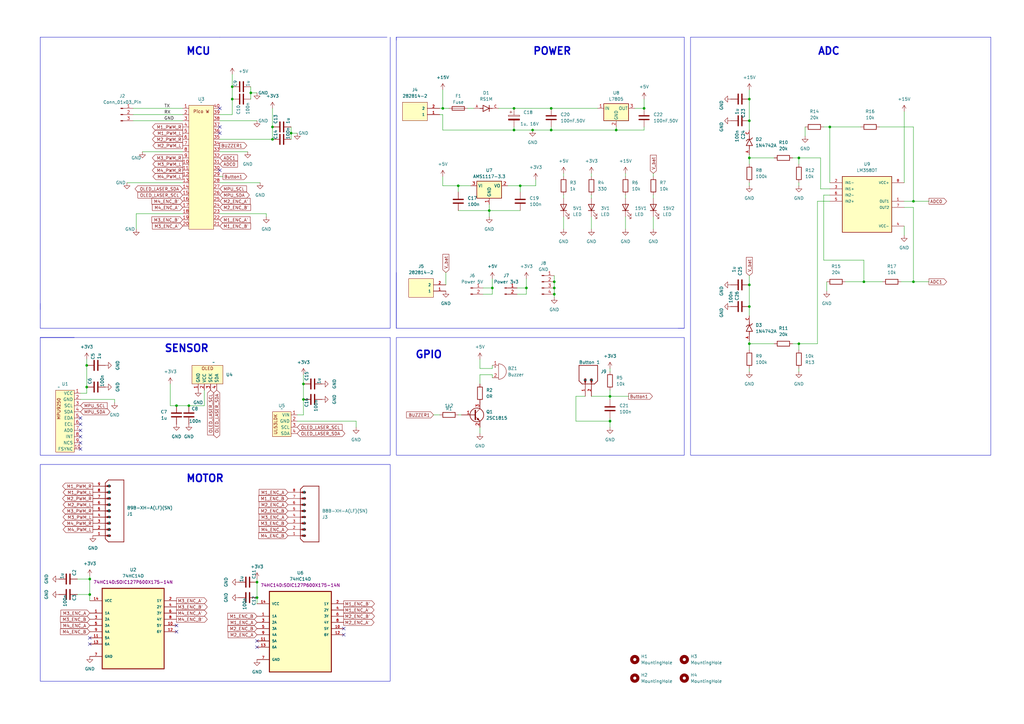
<source format=kicad_sch>
(kicad_sch (version 20230121) (generator eeschema)
  (paper "A3")
  (lib_symbols
    (symbol "1N4742A:1N4742A" (pin_names (offset 1.016))
      (property "Reference" "D" (at -5.08 2.54 0))
      (property "Value" "1N4742A" (at -5.08 -3.81 0))
      (symbol "1N4742A_0_0"
        (pin passive line (at -5.08 0 0) (length 2.54) (name "~") (number "A"))
        (pin passive line (at 5.08 0 180) (length 2.54) (name "~") (number "C"))
      )
    )
    (symbol "282814-2:282814-2" (pin_names (offset 1.016))
      (property "Reference" "J" (at -5.08 5.842 0))
      (property "Value" "282814-2" (at -5.08 -5.08 0))
      (symbol "282814-2_0_0"
        (pin passive line (at -10.16 2.54 0) (length 5.08) (name "1") (number "1"))
        (pin passive line (at -10.16 0 0) (length 5.08) (name "2") (number "2"))
      )
    )
    (symbol "74HC14D:74HC14D" (pin_names (offset 1.016))
      (property "Reference" "U" (at -5.2894 15.207 0))
      (property "Value" "74HC14D" (at -4.118 -25.0386 0))
      (property "Footprint" "74HC14D:SOIC127P600X175-14N" (at 0 0 0))
      (symbol "74HC14D_0_0"
        (pin input line (at -17.78 2.54 0) (length 5.08) (name "1A") (number "1"))
        (pin output line (at 17.78 -2.54 180) (length 5.08) (name "5Y") (number "10"))
        (pin input line (at -17.78 -7.62 0) (length 5.08) (name "5A") (number "11"))
        (pin output line (at 17.78 -5.08 180) (length 5.08) (name "6Y") (number "12"))
        (pin input line (at -17.78 -10.16 0) (length 5.08) (name "6A") (number "13"))
        (pin power_in line (at -17.78 7.62 0) (length 5.08) (name "VCC") (number "14"))
        (pin output line (at 17.78 7.62 180) (length 5.08) (name "1Y") (number "2"))
        (pin input line (at -17.78 0 0) (length 5.08) (name "2A") (number "3"))
        (pin output line (at 17.78 5.08 180) (length 5.08) (name "2Y") (number "4"))
        (pin input line (at -17.78 -2.54 0) (length 5.08) (name "3A") (number "5"))
        (pin output line (at 17.78 2.54 180) (length 5.08) (name "3Y") (number "6"))
        (pin passive line (at -17.78 -15.24 0) (length 5.08) (name "GND") (number "7"))
        (pin output line (at 17.78 0 180) (length 5.08) (name "4Y") (number "8"))
        (pin input line (at -17.78 -5.08 0) (length 5.08) (name "4A") (number "9"))
      )
    )
    (symbol "B2B-XH-A_LF__SN_:B2B-XH-A(LF)(SN)" (pin_names (offset 1.016))
      (property "Reference" "J" (at 0 6.35 0))
      (property "Value" "B2B-XH-A(LF)(SN)" (at 0 -5.08 0))
      (symbol "B2B-XH-A(LF)(SN)_0_0"
        (pin passive line (at -5.08 2.54 0) (length 5.08) (name "1") (number "1"))
        (pin passive line (at -5.08 0 0) (length 5.08) (name "2") (number "2"))
      )
    )
    (symbol "B8B-XH-A_LF__SN_:B8B-XH-A(LF)(SN)" (pin_names (offset 1.016))
      (property "Reference" "J" (at 0 13.97 0))
      (property "Value" "B8B-XH-A(LF)(SN)" (at 0 -12.7 0))
      (symbol "B8B-XH-A(LF)(SN)_0_0"
        (pin passive line (at -5.08 10.16 0) (length 5.08) (name "1") (number "1"))
        (pin passive line (at -5.08 7.62 0) (length 5.08) (name "2") (number "2"))
        (pin passive line (at -5.08 5.08 0) (length 5.08) (name "3") (number "3"))
        (pin passive line (at -5.08 2.54 0) (length 5.08) (name "4") (number "4"))
        (pin passive line (at -5.08 0 0) (length 5.08) (name "5") (number "5"))
        (pin passive line (at -5.08 -2.54 0) (length 5.08) (name "6") (number "6"))
        (pin passive line (at -5.08 -5.08 0) (length 5.08) (name "7") (number "7"))
        (pin passive line (at -5.08 -7.62 0) (length 5.08) (name "8") (number "8"))
      )
    )
    (symbol "B9B-XH-A_LF__SN_:B9B-XH-A(LF)(SN)" (pin_names (offset 1.016))
      (property "Reference" "J" (at 0 13.97 0))
      (property "Value" "B9B-XH-A(LF)(SN)" (at 0 -15.24 0))
      (symbol "B9B-XH-A(LF)(SN)_0_0"
        (pin passive line (at -5.08 10.16 0) (length 5.08) (name "1") (number "1"))
        (pin passive line (at -5.08 7.62 0) (length 5.08) (name "2") (number "2"))
        (pin passive line (at -5.08 5.08 0) (length 5.08) (name "3") (number "3"))
        (pin passive line (at -5.08 2.54 0) (length 5.08) (name "4") (number "4"))
        (pin passive line (at -5.08 0 0) (length 5.08) (name "5") (number "5"))
        (pin passive line (at -5.08 -2.54 0) (length 5.08) (name "6") (number "6"))
        (pin passive line (at -5.08 -5.08 0) (length 5.08) (name "7") (number "7"))
        (pin passive line (at -5.08 -7.62 0) (length 5.08) (name "8") (number "8"))
        (pin passive line (at -5.08 -10.16 0) (length 5.08) (name "9") (number "9"))
      )
    )
    (symbol "Connector:Conn_01x02_Pin" (pin_names (offset 1.016) hide)
      (property "Reference" "J" (at 0 2.54 0))
      (property "Value" "Conn_01x02_Pin" (at 0 -5.08 0))
      (symbol "Conn_01x02_Pin_1_1"
        (pin passive line (at 5.08 0 180) (length 3.81) (name "Pin_1") (number "1"))
        (pin passive line (at 5.08 -2.54 180) (length 3.81) (name "Pin_2") (number "2"))
      )
    )
    (symbol "Connector:Conn_01x03_Pin" (pin_names (offset 1.016) hide)
      (property "Reference" "J" (at 0 5.08 0))
      (property "Value" "Conn_01x03_Pin" (at 0 -5.08 0))
      (symbol "Conn_01x03_Pin_1_1"
        (pin passive line (at 5.08 2.54 180) (length 3.81) (name "Pin_1") (number "1"))
        (pin passive line (at 5.08 0 180) (length 3.81) (name "Pin_2") (number "2"))
        (pin passive line (at 5.08 -2.54 180) (length 3.81) (name "Pin_3") (number "3"))
      )
    )
    (symbol "Connector:Conn_01x04_Pin" (pin_names (offset 1.016) hide)
      (property "Reference" "J" (at 0 5.08 0))
      (property "Value" "Conn_01x04_Pin" (at 0 -7.62 0))
      (symbol "Conn_01x04_Pin_1_1"
        (pin passive line (at 5.08 2.54 180) (length 3.81) (name "Pin_1") (number "1"))
        (pin passive line (at 5.08 0 180) (length 3.81) (name "Pin_2") (number "2"))
        (pin passive line (at 5.08 -2.54 180) (length 3.81) (name "Pin_3") (number "3"))
        (pin passive line (at 5.08 -5.08 180) (length 3.81) (name "Pin_4") (number "4"))
      )
    )
    (symbol "Device:Buzzer" (pin_names (offset 0.0254) hide)
      (property "Reference" "BZ" (at 3.81 1.27 0))
      (property "Value" "Buzzer" (at 3.81 -1.27 0))
      (symbol "Buzzer_1_1"
        (pin passive line (at -2.54 2.54 0) (length 2.54) (name "-") (number "1"))
        (pin passive line (at -2.54 -2.54 0) (length 2.54) (name "+") (number "2"))
      )
    )
    (symbol "Device:C" (pin_numbers hide) (pin_names (offset 0.254))
      (property "Reference" "C" (at 0.635 2.54 0))
      (property "Value" "C" (at 0.635 -2.54 0))
      (symbol "C_1_1"
        (pin passive line (at 0 3.81 270) (length 2.794) (name "~") (number "1"))
        (pin passive line (at 0 -3.81 90) (length 2.794) (name "~") (number "2"))
      )
    )
    (symbol "Device:C_Polarized" (pin_numbers hide) (pin_names (offset 0.254))
      (property "Reference" "C" (at 0.635 2.54 0))
      (property "Value" "C_Polarized" (at 0.635 -2.54 0))
      (symbol "C_Polarized_1_1"
        (pin passive line (at 0 3.81 270) (length 2.794) (name "~") (number "1"))
        (pin passive line (at 0 -3.81 90) (length 2.794) (name "~") (number "2"))
      )
    )
    (symbol "Device:Fuse" (pin_numbers hide) (pin_names (offset 0))
      (property "Reference" "F" (at 2.032 0 90))
      (property "Value" "Fuse" (at -1.905 0 90))
      (symbol "Fuse_1_1"
        (pin passive line (at 0 3.81 270) (length 1.27) (name "~") (number "1"))
        (pin passive line (at 0 -3.81 90) (length 1.27) (name "~") (number "2"))
      )
    )
    (symbol "Device:LED" (pin_numbers hide) (pin_names (offset 1.016) hide)
      (property "Reference" "D" (at 0 2.54 0))
      (property "Value" "LED" (at 0 -2.54 0))
      (symbol "LED_1_1"
        (pin passive line (at -3.81 0 0) (length 2.54) (name "K") (number "1"))
        (pin passive line (at 3.81 0 180) (length 2.54) (name "A") (number "2"))
      )
    )
    (symbol "Device:R" (pin_numbers hide) (pin_names (offset 0))
      (property "Reference" "R" (at 2.032 0 90))
      (property "Value" "R" (at 0 0 90))
      (symbol "R_1_1"
        (pin passive line (at 0 3.81 270) (length 1.27) (name "~") (number "1"))
        (pin passive line (at 0 -3.81 90) (length 1.27) (name "~") (number "2"))
      )
    )
    (symbol "Hien_Library:LASER_VL53L0X"
      (property "Reference" "U" (at 0 0 0))
      (symbol "LASER_VL53L0X_1_1"
        (text "UL53LDK\n" (at -2.54 -6.35 900) (effects (font (size 1.27 1.27))))
        (pin power_in line (at 6.35 -2.54 180) (length 2.54) (name "VIN") (number "1"))
        (pin power_in line (at 6.35 -5.08 180) (length 2.54) (name "GND") (number "2"))
        (pin unspecified line (at 6.35 -7.62 180) (length 2.54) (name "SCL") (number "3"))
        (pin unspecified line (at 6.35 -10.16 180) (length 2.54) (name "SDA") (number "4"))
      )
    )
    (symbol "Hien_Library:MPU9250"
      (property "Reference" "U" (at 0 0 0))
      (symbol "MPU9250_1_1"
        (text "MPU9250\n" (at 0 -8.89 900) (effects (font (size 1.27 1.27))))
        (pin power_in line (at 8.89 -2.54 180) (length 2.54) (name "VCC") (number "1"))
        (pin unspecified line (at 8.89 -25.4 180) (length 2.54) (name "FSYNC") (number "10"))
        (pin power_in line (at 8.89 -5.08 180) (length 2.54) (name "GND") (number "2"))
        (pin unspecified line (at 8.89 -7.62 180) (length 2.54) (name "SCL") (number "3"))
        (pin unspecified line (at 8.89 -10.16 180) (length 2.54) (name "SDA") (number "4"))
        (pin unspecified line (at 8.89 -12.7 180) (length 2.54) (name "EDA") (number "5"))
        (pin unspecified line (at 8.89 -15.24 180) (length 2.54) (name "ECL") (number "6"))
        (pin unspecified line (at 8.89 -17.78 180) (length 2.54) (name "AD0") (number "7"))
        (pin unspecified line (at 8.89 -20.32 180) (length 2.54) (name "INT") (number "8"))
        (pin unspecified line (at 8.89 -22.86 180) (length 2.54) (name "NCS") (number "9"))
      )
    )
    (symbol "Hien_Library:OLED_091"
      (property "Reference" "U" (at 0 0 0))
      (symbol "OLED_091_1_1"
        (text "OLED\n" (at -2.54 -2.54 0) (effects (font (size 1.27 1.27))))
        (pin power_in line (at -6.35 -11.43 90) (length 2.54) (name "GND") (number "1"))
        (pin power_in line (at -3.81 -11.43 90) (length 2.54) (name "VCC") (number "2"))
        (pin unspecified line (at -1.27 -11.43 90) (length 2.54) (name "SCK") (number "3"))
        (pin unspecified line (at 1.27 -11.43 90) (length 2.54) (name "SDA") (number "4"))
      )
    )
    (symbol "LM358DT_1" (pin_names (offset 1.016))
      (property "Reference" "U" (at -10.1765 12.7205 0))
      (property "Value" "LM358DT" (at -10.1875 -12.7344 0))
      (symbol "LM358DT_1_0_0"
        (pin output line (at 15.24 2.54 180) (length 5.08) (name "OUT1") (number "1"))
        (pin input line (at -15.24 10.16 0) (length 5.08) (name "IN1-") (number "2"))
        (pin input line (at -15.24 7.62 0) (length 5.08) (name "IN1+") (number "3"))
        (pin power_in line (at 15.24 -7.62 180) (length 5.08) (name "VCC-") (number "4"))
        (pin input line (at -15.24 2.54 0) (length 5.08) (name "IN2+") (number "5"))
        (pin input line (at -15.24 5.08 0) (length 5.08) (name "IN2-") (number "6"))
        (pin output line (at 15.24 0 180) (length 5.08) (name "OUT2") (number "7"))
        (pin power_in line (at 15.24 10.16 180) (length 5.08) (name "VCC+") (number "8"))
      )
    )
    (symbol "Mechanical:MountingHole" (pin_names (offset 1.016))
      (property "Reference" "H" (at 0 5.08 0))
      (property "Value" "MountingHole" (at 0 3.175 0))
    )
    (symbol "Pico_1"
      (property "Reference" "U" (at 0 0 0))
      (symbol "Pico_1_1_1"
        (text "Pico W\n" (at 0 -3.81 0) (effects (font (size 1.27 1.27))))
        (pin unspecified line (at -7.62 -2.54 0) (length 2.54) (name "") (number "1"))
        (pin unspecified line (at -7.62 -25.4 0) (length 2.54) (name "") (number "10"))
        (pin unspecified line (at -7.62 -27.94 0) (length 2.54) (name "") (number "11"))
        (pin unspecified line (at -7.62 -30.48 0) (length 2.54) (name "") (number "12"))
        (pin unspecified line (at -7.62 -33.02 0) (length 2.54) (name "") (number "13"))
        (pin unspecified line (at -7.62 -35.56 0) (length 2.54) (name "") (number "14"))
        (pin unspecified line (at -7.62 -38.1 0) (length 2.54) (name "") (number "15"))
        (pin unspecified line (at -7.62 -40.64 0) (length 2.54) (name "") (number "16"))
        (pin unspecified line (at -7.62 -43.18 0) (length 2.54) (name "") (number "17"))
        (pin unspecified line (at -7.62 -45.72 0) (length 2.54) (name "") (number "18"))
        (pin unspecified line (at -7.62 -48.26 0) (length 2.54) (name "") (number "19"))
        (pin unspecified line (at -7.62 -5.08 0) (length 2.54) (name "") (number "2"))
        (pin unspecified line (at -7.62 -50.8 0) (length 2.54) (name "") (number "20"))
        (pin unspecified line (at 7.62 -50.8 180) (length 2.54) (name "") (number "21"))
        (pin unspecified line (at 7.62 -48.26 180) (length 2.54) (name "") (number "22"))
        (pin unspecified line (at 7.62 -45.72 180) (length 2.54) (name "") (number "23"))
        (pin unspecified line (at 7.62 -43.18 180) (length 2.54) (name "") (number "24"))
        (pin unspecified line (at 7.62 -40.64 180) (length 2.54) (name "") (number "25"))
        (pin unspecified line (at 7.62 -38.1 180) (length 2.54) (name "") (number "26"))
        (pin unspecified line (at 7.62 -35.56 180) (length 2.54) (name "") (number "27"))
        (pin unspecified line (at 7.62 -33.02 180) (length 2.54) (name "") (number "28"))
        (pin unspecified line (at 7.62 -30.48 180) (length 2.54) (name "") (number "29"))
        (pin unspecified line (at -7.62 -7.62 0) (length 2.54) (name "") (number "3"))
        (pin unspecified line (at 7.62 -27.94 180) (length 2.54) (name "") (number "30"))
        (pin unspecified line (at 7.62 -25.4 180) (length 2.54) (name "") (number "31"))
        (pin unspecified line (at 7.62 -22.86 180) (length 2.54) (name "") (number "32"))
        (pin unspecified line (at 7.62 -20.32 180) (length 2.54) (name "") (number "33"))
        (pin unspecified line (at 7.62 -17.78 180) (length 2.54) (name "") (number "34"))
        (pin unspecified line (at 7.62 -15.24 180) (length 2.54) (name "") (number "35"))
        (pin unspecified line (at 7.62 -12.7 180) (length 2.54) (name "") (number "36"))
        (pin unspecified line (at 7.62 -10.16 180) (length 2.54) (name "") (number "37"))
        (pin unspecified line (at 7.62 -7.62 180) (length 2.54) (name "") (number "38"))
        (pin unspecified line (at 7.62 -5.08 180) (length 2.54) (name "") (number "39"))
        (pin unspecified line (at -7.62 -10.16 0) (length 2.54) (name "") (number "4"))
        (pin unspecified line (at 7.62 -2.54 180) (length 2.54) (name "") (number "40"))
        (pin unspecified line (at -7.62 -12.7 0) (length 2.54) (name "") (number "5"))
        (pin unspecified line (at -7.62 -15.24 0) (length 2.54) (name "") (number "6"))
        (pin unspecified line (at -7.62 -17.78 0) (length 2.54) (name "") (number "7"))
        (pin unspecified line (at -7.62 -20.32 0) (length 2.54) (name "") (number "8"))
        (pin unspecified line (at -7.62 -22.86 0) (length 2.54) (name "") (number "9"))
      )
    )
    (symbol "RS1M:RS1M" (pin_names (offset 1.016))
      (property "Reference" "D" (at -5.08 2.54 0))
      (property "Value" "RS1M" (at -5.08 -3.81 0))
      (symbol "RS1M_0_0"
        (pin passive line (at -5.08 0 0) (length 2.54) (name "~") (number "A"))
        (pin passive line (at 5.08 0 180) (length 2.54) (name "~") (number "C"))
      )
    )
    (symbol "Regulator_Linear:AMS1117-3.3"
      (property "Reference" "U" (at -3.81 3.175 0))
      (property "Value" "AMS1117-3.3" (at 0 3.175 0))
      (symbol "AMS1117-3.3_1_1"
        (pin power_in line (at 0 -7.62 90) (length 2.54) (name "GND") (number "1"))
        (pin power_out line (at 7.62 0 180) (length 2.54) (name "VO") (number "2"))
        (pin power_in line (at -7.62 0 0) (length 2.54) (name "VI") (number "3"))
      )
    )
    (symbol "Regulator_Linear:L7805" (pin_names (offset 0.254))
      (property "Reference" "U" (at -3.81 3.175 0))
      (property "Value" "L7805" (at 0 3.175 0))
      (symbol "L7805_1_1"
        (pin power_in line (at -7.62 0 0) (length 2.54) (name "IN") (number "1"))
        (pin power_in line (at 0 -7.62 90) (length 2.54) (name "GND") (number "2"))
        (pin power_out line (at 7.62 0 180) (length 2.54) (name "OUT") (number "3"))
      )
    )
    (symbol "Transistor_BJT:BC817" (pin_names (offset 0) hide)
      (property "Reference" "Q" (at 5.08 1.905 0))
      (property "Value" "BC817" (at 5.08 0 0))
      (symbol "BC817_1_1"
        (pin input line (at -5.08 0 0) (length 5.715) (name "B") (number "1"))
        (pin passive line (at 2.54 -5.08 90) (length 2.54) (name "E") (number "2"))
        (pin passive line (at 2.54 5.08 270) (length 2.54) (name "C") (number "3"))
      )
    )
    (symbol "power:+15V" (power) (pin_names (offset 0))
      (property "Value" "+15V" (at 0 3.556 0))
      (symbol "+15V_1_1"
        (pin power_in line (at 0 0 90) (length 0) hide (name "+15V") (number "1"))
      )
    )
    (symbol "power:+3V3" (power) (pin_names (offset 0))
      (property "Value" "+3V3" (at 0 3.556 0))
      (symbol "+3V3_1_1"
        (pin power_in line (at 0 0 90) (length 0) hide (name "+3V3") (number "1"))
      )
    )
    (symbol "power:+5V" (power) (pin_names (offset 0))
      (property "Value" "+5V" (at 0 3.556 0))
      (symbol "+5V_1_1"
        (pin power_in line (at 0 0 90) (length 0) hide (name "+5V") (number "1"))
      )
    )
    (symbol "power:GND" (power) (pin_names (offset 0))
      (property "Value" "GND" (at 0 -3.81 0))
      (symbol "GND_1_1"
        (pin power_in line (at 0 0 270) (length 0) hide (name "GND") (number "1"))
      )
    )
  )
  (junction (at 252.73 53.34))
  (junction (at 210.82 44.45))
  (junction (at 95.25 35.56))
  (junction (at 307.34 140.97))
  (junction (at 36.83 237.49))
  (junction (at 200.66 86.36))
  (junction (at 307.34 49.53))
  (junction (at 307.34 64.77))
  (junction (at 105.41 238.76))
  (junction (at 35.56 149.86))
  (junction (at 374.65 82.55))
  (junction (at 354.33 115.57))
  (junction (at 250.19 162.56))
  (junction (at 213.36 76.2))
  (junction (at 181.61 44.45))
  (junction (at 72.39 166.37))
  (junction (at 226.06 44.45))
  (junction (at 187.96 76.2))
  (junction (at 124.46 157.48))
  (junction (at 119.38 54.61))
  (junction (at 307.34 116.84))
  (junction (at 102.87 38.1))
  (junction (at 215.9 118.11))
  (junction (at 210.82 53.34))
  (junction (at 111.76 57.15))
  (junction (at 95.25 40.64))
  (junction (at 201.93 118.11))
  (junction (at 307.34 40.64))
  (junction (at 264.16 44.45))
  (junction (at 227.33 120.65))
  (junction (at 77.47 166.37))
  (junction (at 35.56 158.75))
  (junction (at 327.66 140.97))
  (junction (at 105.41 245.11))
  (junction (at 374.65 115.57))
  (junction (at 111.76 52.07))
  (junction (at 327.66 64.77))
  (junction (at 226.06 53.34))
  (junction (at 218.44 53.34))
  (junction (at 227.33 118.11))
  (junction (at 250.19 172.72))
  (junction (at 124.46 163.83))
  (junction (at 307.34 125.73))
  (junction (at 227.33 115.57))
  (junction (at 36.83 243.84))
  (junction (at 340.36 52.07))
  (no_connect (at 33.02 184.15))
  (no_connect (at 90.17 44.45))
  (no_connect (at 90.17 52.07))
  (no_connect (at 105.41 265.43))
  (no_connect (at 36.83 264.16))
  (no_connect (at 90.17 54.61))
  (no_connect (at 90.17 69.85))
  (no_connect (at 33.02 179.07))
  (no_connect (at 33.02 176.53))
  (no_connect (at 33.02 173.99))
  (no_connect (at 140.97 260.35))
  (no_connect (at 33.02 171.45))
  (no_connect (at 72.39 259.08))
  (no_connect (at 105.41 262.89))
  (no_connect (at 140.97 257.81))
  (no_connect (at 33.02 181.61))
  (no_connect (at 36.83 261.62))
  (no_connect (at 72.39 256.54))
  (wire (pts (xy 95.25 40.64) (xy 95.25 46.99)))
  (wire (pts (xy 201.93 149.86) (xy 201.93 151.13)))
  (wire (pts (xy 337.82 80.01) (xy 340.36 80.01)))
  (wire (pts (xy 370.84 92.71) (xy 370.84 96.52)))
  (wire (pts (xy 91.44 72.39) (xy 90.17 72.39)))
  (wire (pts (xy 307.34 139.7) (xy 307.34 140.97)))
  (wire (pts (xy 181.61 76.2) (xy 187.96 76.2)))
  (wire (pts (xy 370.84 45.72) (xy 370.84 74.93)))
  (polyline (pts (xy 160.02 186.69) (xy 16.51 186.69)))
  (wire (pts (xy 196.85 147.32) (xy 196.85 151.13)))
  (wire (pts (xy 119.38 52.07) (xy 119.38 54.61)))
  (wire (pts (xy 201.93 151.13) (xy 196.85 151.13)))
  (wire (pts (xy 72.39 166.37) (xy 77.47 166.37)))
  (wire (pts (xy 215.9 120.65) (xy 215.9 118.11)))
  (polyline (pts (xy 162.56 15.24) (xy 162.56 134.62)))
  (wire (pts (xy 146.05 175.26) (xy 146.05 172.72)))
  (wire (pts (xy 181.61 46.99) (xy 181.61 53.34)))
  (wire (pts (xy 54.61 44.45) (xy 74.93 44.45)))
  (wire (pts (xy 74.93 87.63) (xy 55.88 87.63)))
  (wire (pts (xy 54.61 46.99) (xy 74.93 46.99)))
  (wire (pts (xy 109.22 88.9) (xy 109.22 87.63)))
  (wire (pts (xy 260.35 44.45) (xy 264.16 44.45)))
  (polyline (pts (xy 16.51 15.24) (xy 16.51 127)))
  (wire (pts (xy 69.85 166.37) (xy 72.39 166.37)))
  (wire (pts (xy 374.65 85.09) (xy 374.65 115.57)))
  (wire (pts (xy 196.85 175.26) (xy 196.85 177.8)))
  (wire (pts (xy 201.93 118.11) (xy 198.12 118.11)))
  (wire (pts (xy 90.17 49.53) (xy 105.41 49.53)))
  (wire (pts (xy 69.85 166.37) (xy 69.85 157.48)))
  (wire (pts (xy 327.66 64.77) (xy 327.66 67.31)))
  (wire (pts (xy 256.54 80.01) (xy 256.54 81.28)))
  (polyline (pts (xy 162.56 15.24) (xy 162.56 16.51)))
  (wire (pts (xy 54.61 49.53) (xy 74.93 49.53)))
  (wire (pts (xy 327.66 140.97) (xy 325.12 140.97)))
  (polyline (pts (xy 16.51 134.62) (xy 16.51 124.46)))
  (wire (pts (xy 90.17 57.15) (xy 111.76 57.15)))
  (wire (pts (xy 307.34 152.4) (xy 307.34 151.13)))
  (wire (pts (xy 215.9 118.11) (xy 212.09 118.11)))
  (wire (pts (xy 180.34 46.99) (xy 181.61 46.99)))
  (wire (pts (xy 264.16 52.07) (xy 264.16 53.34)))
  (wire (pts (xy 231.14 80.01) (xy 231.14 81.28)))
  (polyline (pts (xy 160.02 138.43) (xy 160.02 186.69)))
  (wire (pts (xy 336.55 64.77) (xy 336.55 77.47)))
  (wire (pts (xy 307.34 140.97) (xy 317.5 140.97)))
  (wire (pts (xy 90.17 74.93) (xy 106.68 74.93)))
  (wire (pts (xy 339.09 119.38) (xy 339.09 115.57)))
  (wire (pts (xy 252.73 53.34) (xy 264.16 53.34)))
  (wire (pts (xy 204.47 44.45) (xy 210.82 44.45)))
  (wire (pts (xy 210.82 52.07) (xy 210.82 53.34)))
  (wire (pts (xy 83.82 160.02) (xy 83.82 166.37)))
  (wire (pts (xy 327.66 152.4) (xy 327.66 151.13)))
  (wire (pts (xy 307.34 64.77) (xy 317.5 64.77)))
  (wire (pts (xy 257.81 162.56) (xy 250.19 162.56)))
  (wire (pts (xy 242.57 71.12) (xy 242.57 72.39)))
  (wire (pts (xy 119.38 54.61) (xy 121.92 54.61)))
  (wire (pts (xy 124.46 157.48) (xy 124.46 163.83)))
  (wire (pts (xy 218.44 53.34) (xy 226.06 53.34)))
  (wire (pts (xy 307.34 36.83) (xy 307.34 40.64)))
  (wire (pts (xy 102.87 35.56) (xy 102.87 38.1)))
  (wire (pts (xy 346.71 115.57) (xy 354.33 115.57)))
  (polyline (pts (xy 160.02 134.62) (xy 16.51 134.62)))
  (wire (pts (xy 242.57 88.9) (xy 242.57 93.98)))
  (wire (pts (xy 226.06 53.34) (xy 252.73 53.34)))
  (wire (pts (xy 307.34 49.53) (xy 307.34 53.34)))
  (wire (pts (xy 250.19 160.02) (xy 250.19 162.56)))
  (wire (pts (xy 250.19 171.45) (xy 250.19 172.72)))
  (wire (pts (xy 374.65 82.55) (xy 381 82.55)))
  (wire (pts (xy 187.96 86.36) (xy 200.66 86.36)))
  (polyline (pts (xy 278.13 134.62) (xy 280.67 134.62)))
  (wire (pts (xy 77.47 166.37) (xy 83.82 166.37)))
  (wire (pts (xy 227.33 115.57) (xy 227.33 118.11)))
  (wire (pts (xy 236.22 162.56) (xy 236.22 172.72)))
  (wire (pts (xy 252.73 53.34) (xy 252.73 52.07)))
  (wire (pts (xy 242.57 162.56) (xy 250.19 162.56)))
  (wire (pts (xy 181.61 72.39) (xy 181.61 76.2)))
  (wire (pts (xy 33.02 163.83) (xy 46.99 163.83)))
  (polyline (pts (xy 280.67 134.62) (xy 162.56 134.62)))
  (wire (pts (xy 36.83 237.49) (xy 36.83 243.84)))
  (polyline (pts (xy 160.02 15.24) (xy 160.02 134.62)))
  (polyline (pts (xy 280.67 15.24) (xy 162.56 15.24)))
  (wire (pts (xy 31.75 243.84) (xy 36.83 243.84)))
  (wire (pts (xy 36.83 243.84) (xy 36.83 246.38)))
  (wire (pts (xy 307.34 76.2) (xy 307.34 74.93)))
  (wire (pts (xy 212.09 120.65) (xy 215.9 120.65)))
  (wire (pts (xy 307.34 63.5) (xy 307.34 64.77)))
  (polyline (pts (xy 280.67 134.62) (xy 280.67 15.24)))
  (wire (pts (xy 250.19 172.72) (xy 250.19 175.26)))
  (wire (pts (xy 231.14 71.12) (xy 231.14 72.39)))
  (wire (pts (xy 307.34 40.64) (xy 307.34 49.53)))
  (polyline (pts (xy 90.17 15.24) (xy 16.51 15.24)))
  (wire (pts (xy 109.22 87.63) (xy 90.17 87.63)))
  (wire (pts (xy 236.22 162.56) (xy 240.03 162.56)))
  (wire (pts (xy 215.9 114.3) (xy 215.9 118.11)))
  (wire (pts (xy 55.88 87.63) (xy 55.88 93.98)))
  (wire (pts (xy 340.36 52.07) (xy 340.36 74.93)))
  (wire (pts (xy 181.61 44.45) (xy 184.15 44.45)))
  (wire (pts (xy 105.41 245.11) (xy 105.41 247.65)))
  (wire (pts (xy 337.82 52.07) (xy 340.36 52.07)))
  (wire (pts (xy 200.66 86.36) (xy 213.36 86.36)))
  (wire (pts (xy 119.38 54.61) (xy 119.38 57.15)))
  (wire (pts (xy 210.82 44.45) (xy 226.06 44.45)))
  (wire (pts (xy 181.61 53.34) (xy 210.82 53.34)))
  (wire (pts (xy 226.06 44.45) (xy 245.11 44.45)))
  (wire (pts (xy 52.07 74.93) (xy 74.93 74.93)))
  (wire (pts (xy 182.88 111.76) (xy 182.88 116.84)))
  (wire (pts (xy 231.14 88.9) (xy 231.14 93.98)))
  (wire (pts (xy 267.97 71.12) (xy 267.97 72.39)))
  (wire (pts (xy 242.57 80.01) (xy 242.57 81.28)))
  (wire (pts (xy 327.66 64.77) (xy 325.12 64.77)))
  (wire (pts (xy 327.66 143.51) (xy 327.66 140.97)))
  (wire (pts (xy 33.02 161.29) (xy 35.56 161.29)))
  (wire (pts (xy 327.66 74.93) (xy 327.66 76.2)))
  (wire (pts (xy 35.56 147.32) (xy 35.56 149.86)))
  (polyline (pts (xy 16.51 186.69) (xy 16.51 138.43)))
  (wire (pts (xy 181.61 36.83) (xy 181.61 44.45)))
  (wire (pts (xy 307.34 140.97) (xy 307.34 143.51)))
  (wire (pts (xy 58.42 62.23) (xy 74.93 62.23)))
  (wire (pts (xy 337.82 106.68) (xy 354.33 106.68)))
  (wire (pts (xy 196.85 153.67) (xy 196.85 157.48)))
  (wire (pts (xy 369.57 115.57) (xy 374.65 115.57)))
  (wire (pts (xy 227.33 118.11) (xy 227.33 120.65)))
  (wire (pts (xy 198.12 120.65) (xy 201.93 120.65)))
  (wire (pts (xy 196.85 153.67) (xy 201.93 153.67)))
  (wire (pts (xy 264.16 40.64) (xy 264.16 44.45)))
  (wire (pts (xy 35.56 149.86) (xy 35.56 158.75)))
  (wire (pts (xy 374.65 115.57) (xy 381 115.57)))
  (wire (pts (xy 213.36 76.2) (xy 213.36 78.74)))
  (wire (pts (xy 256.54 88.9) (xy 256.54 93.98)))
  (wire (pts (xy 105.41 237.49) (xy 105.41 238.76)))
  (wire (pts (xy 180.34 44.45) (xy 181.61 44.45)))
  (wire (pts (xy 201.93 120.65) (xy 201.93 118.11)))
  (wire (pts (xy 250.19 151.13) (xy 250.19 152.4)))
  (wire (pts (xy 95.25 35.56) (xy 95.25 40.64)))
  (wire (pts (xy 370.84 85.09) (xy 374.65 85.09)))
  (wire (pts (xy 227.33 120.65) (xy 227.33 121.92)))
  (wire (pts (xy 121.92 172.72) (xy 146.05 172.72)))
  (wire (pts (xy 124.46 163.83) (xy 124.46 170.18)))
  (wire (pts (xy 208.28 76.2) (xy 213.36 76.2)))
  (polyline (pts (xy 162.56 134.62) (xy 162.56 111.76)))
  (wire (pts (xy 256.54 71.12) (xy 256.54 72.39)))
  (wire (pts (xy 36.83 236.22) (xy 36.83 237.49)))
  (wire (pts (xy 213.36 76.2) (xy 219.71 76.2)))
  (wire (pts (xy 46.99 163.83) (xy 46.99 165.1)))
  (wire (pts (xy 307.34 64.77) (xy 307.34 67.31)))
  (wire (pts (xy 105.41 238.76) (xy 105.41 245.11)))
  (wire (pts (xy 307.34 129.54) (xy 307.34 125.73)))
  (wire (pts (xy 327.66 64.77) (xy 336.55 64.77)))
  (wire (pts (xy 90.17 46.99) (xy 95.25 46.99)))
  (wire (pts (xy 354.33 115.57) (xy 361.95 115.57)))
  (wire (pts (xy 227.33 113.03) (xy 227.33 115.57)))
  (wire (pts (xy 31.75 237.49) (xy 36.83 237.49)))
  (wire (pts (xy 95.25 30.48) (xy 95.25 35.56)))
  (polyline (pts (xy 16.51 138.43) (xy 160.02 138.43)))
  (wire (pts (xy 236.22 172.72) (xy 250.19 172.72)))
  (wire (pts (xy 187.96 170.18) (xy 189.23 170.18)))
  (wire (pts (xy 200.66 83.82) (xy 200.66 86.36)))
  (wire (pts (xy 327.66 140.97) (xy 335.28 140.97)))
  (wire (pts (xy 121.92 170.18) (xy 124.46 170.18)))
  (polyline (pts (xy 90.17 15.24) (xy 158.75 15.24)))
  (wire (pts (xy 374.65 52.07) (xy 374.65 82.55)))
  (wire (pts (xy 191.77 44.45) (xy 194.31 44.45)))
  (wire (pts (xy 335.28 82.55) (xy 340.36 82.55)))
  (wire (pts (xy 354.33 106.68) (xy 354.33 115.57)))
  (wire (pts (xy 337.82 80.01) (xy 337.82 106.68)))
  (wire (pts (xy 201.93 114.3) (xy 201.93 118.11)))
  (wire (pts (xy 90.17 62.23) (xy 101.6 62.23)))
  (wire (pts (xy 111.76 44.45) (xy 111.76 52.07)))
  (wire (pts (xy 200.66 86.36) (xy 200.66 88.9)))
  (wire (pts (xy 219.71 73.66) (xy 219.71 76.2)))
  (wire (pts (xy 201.93 153.67) (xy 201.93 154.94)))
  (wire (pts (xy 102.87 38.1) (xy 105.41 38.1)))
  (wire (pts (xy 187.96 76.2) (xy 193.04 76.2)))
  (polyline (pts (xy 16.51 138.43) (xy 30.48 138.43)))
  (wire (pts (xy 226.06 52.07) (xy 226.06 53.34)))
  (wire (pts (xy 35.56 158.75) (xy 35.56 161.29)))
  (wire (pts (xy 180.34 170.18) (xy 177.8 170.18)))
  (wire (pts (xy 250.19 162.56) (xy 250.19 163.83)))
  (wire (pts (xy 307.34 116.84) (xy 307.34 125.73)))
  (wire (pts (xy 267.97 88.9) (xy 267.97 93.98)))
  (wire (pts (xy 360.68 52.07) (xy 374.65 52.07)))
  (wire (pts (xy 340.36 52.07) (xy 353.06 52.07)))
  (wire (pts (xy 370.84 82.55) (xy 374.65 82.55)))
  (wire (pts (xy 267.97 80.01) (xy 267.97 81.28)))
  (wire (pts (xy 187.96 76.2) (xy 187.96 78.74)))
  (wire (pts (xy 210.82 53.34) (xy 218.44 53.34)))
  (wire (pts (xy 111.76 52.07) (xy 111.76 57.15)))
  (wire (pts (xy 336.55 77.47) (xy 340.36 77.47)))
  (wire (pts (xy 330.2 55.88) (xy 330.2 52.07)))
  (wire (pts (xy 124.46 153.67) (xy 124.46 157.48)))
  (wire (pts (xy 335.28 82.55) (xy 335.28 140.97)))
  (wire (pts (xy 307.34 113.03) (xy 307.34 116.84)))
  (wire (pts (xy 102.87 38.1) (xy 102.87 40.64)))
  (rectangle (start 283.21 15.24) (end 406.4 186.69))
  (rectangle (start 16.51 190.5) (end 160.02 279.4))
  (text_box "" (at 162.56 138.43 0) (size 118.11 48.26) (effects (font (size 1.27 1.27)) (justify left top)))
  (text "ADC" (at 335.28 22.86 0) (effects (font (size 3 3) (thickness 0.6) bold) (justify left bottom)))
  (text "POWER" (at 218.44 22.86 0) (effects (font (size 3 3) (thickness 0.6) bold) (justify left bottom)))
  (text "MOTOR" (at 76.2 198.12 0) (effects (font (size 3 3) (thickness 0.6) bold) (justify left bottom)))
  (text "SENSOR" (at 67.31 144.78 0) (effects (font (size 3 3) (thickness 0.6) bold) (justify left bottom)))
  (text "GPIO" (at 170.18 147.32 0) (effects (font (size 3 3) (thickness 0.6) bold) (justify left bottom)))
  (text "MCU" (at 76.2 22.86 0) (effects (font (size 3 3) (thickness 0.6) bold) (justify left bottom)))
  (label "TX" (at 67.31 44.45 0))
  (label "RX" (at 67.31 46.99 0))
  (label "GND" (at 67.31 49.53 0))
  (global_label "M4_PWM_L" (shape output) (at 38.1 217.17 180) (property "Intersheetrefs" "${INTERSHEET_REFS}" (effects hide)))
  (global_label "OLED_LASER_SDA" (shape bidirectional) (at 74.93 77.47 180) (property "Intersheetrefs" "${INTERSHEET_REFS}" (effects hide)))
  (global_label "V_bat" (shape input) (at 267.97 71.12 90) (property "Intersheetrefs" "${INTERSHEET_REFS}" (effects hide)))
  (global_label "M1_PWM_L" (shape output) (at 74.93 54.61 180) (property "Intersheetrefs" "${INTERSHEET_REFS}" (effects hide)))
  (global_label "M4_ENC_A'" (shape output) (at 72.39 251.46 0) (property "Intersheetrefs" "${INTERSHEET_REFS}" (effects hide)))
  (global_label "ADC1" (shape input) (at 90.17 64.77 0) (property "Intersheetrefs" "${INTERSHEET_REFS}" (effects hide)))
  (global_label "M1_ENC_A'" (shape input) (at 90.17 90.17 0) (property "Intersheetrefs" "${INTERSHEET_REFS}" (effects hide)))
  (global_label "M1_ENC_A" (shape input) (at 105.41 255.27 180) (property "Intersheetrefs" "${INTERSHEET_REFS}" (effects hide)))
  (global_label "M4_PWM_R" (shape output) (at 38.1 214.63 180) (property "Intersheetrefs" "${INTERSHEET_REFS}" (effects hide)))
  (global_label "M4_ENC_B'" (shape output) (at 72.39 254 0) (property "Intersheetrefs" "${INTERSHEET_REFS}" (effects hide)))
  (global_label "M2_PWM_R" (shape output) (at 74.93 57.15 180) (property "Intersheetrefs" "${INTERSHEET_REFS}" (effects hide)))
  (global_label "M3_ENC_B" (shape input) (at 36.83 254 180) (property "Intersheetrefs" "${INTERSHEET_REFS}" (effects hide)))
  (global_label "ADC0" (shape output) (at 381 82.55 0) (property "Intersheetrefs" "${INTERSHEET_REFS}" (effects hide)))
  (global_label "M3_ENC_A" (shape input) (at 36.83 251.46 180) (property "Intersheetrefs" "${INTERSHEET_REFS}" (effects hide)))
  (global_label "M4_ENC_B" (shape input) (at 36.83 259.08 180) (property "Intersheetrefs" "${INTERSHEET_REFS}" (effects hide)))
  (global_label "M3_ENC_B" (shape input) (at 118.11 214.63 180) (property "Intersheetrefs" "${INTERSHEET_REFS}" (effects hide)))
  (global_label "M4_ENC_A" (shape input) (at 118.11 217.17 180) (property "Intersheetrefs" "${INTERSHEET_REFS}" (effects hide)))
  (global_label "M3_ENC_B'" (shape input) (at 74.93 90.17 180) (property "Intersheetrefs" "${INTERSHEET_REFS}" (effects hide)))
  (global_label "MPU_SDA" (shape bidirectional) (at 33.02 168.91 0) (property "Intersheetrefs" "${INTERSHEET_REFS}" (effects hide)))
  (global_label "OLED_LASER_SCL" (shape input) (at 121.92 175.26 0) (property "Intersheetrefs" "${INTERSHEET_REFS}" (effects hide)))
  (global_label "MPU_SCL" (shape input) (at 33.02 166.37 0) (property "Intersheetrefs" "${INTERSHEET_REFS}" (effects hide)))
  (global_label "M3_PWM_R" (shape output) (at 74.93 64.77 180) (property "Intersheetrefs" "${INTERSHEET_REFS}" (effects hide)))
  (global_label "M4_PWM_L" (shape output) (at 74.93 72.39 180) (property "Intersheetrefs" "${INTERSHEET_REFS}" (effects hide)))
  (global_label "MPU_SDA" (shape bidirectional) (at 90.17 80.01 0) (property "Intersheetrefs" "${INTERSHEET_REFS}" (effects hide)))
  (global_label "M2_ENC_A" (shape input) (at 118.11 207.01 180) (property "Intersheetrefs" "${INTERSHEET_REFS}" (effects hide)))
  (global_label "V_bat" (shape input) (at 307.34 113.03 90) (property "Intersheetrefs" "${INTERSHEET_REFS}" (effects hide)))
  (global_label "M1_ENC_B'" (shape input) (at 90.17 92.71 0) (property "Intersheetrefs" "${INTERSHEET_REFS}" (effects hide)))
  (global_label "Button1" (shape output) (at 257.81 162.56 0) (property "Intersheetrefs" "${INTERSHEET_REFS}" (effects hide)))
  (global_label "BUZZER1" (shape output) (at 90.17 59.69 0) (property "Intersheetrefs" "${INTERSHEET_REFS}" (effects hide)))
  (global_label "OLED_LASER_SDA" (shape bidirectional) (at 121.92 177.8 0) (property "Intersheetrefs" "${INTERSHEET_REFS}" (effects hide)))
  (global_label "M1_ENC_A'" (shape output) (at 140.97 250.19 0) (property "Intersheetrefs" "${INTERSHEET_REFS}" (effects hide)))
  (global_label "M2_ENC_B'" (shape output) (at 140.97 252.73 0) (property "Intersheetrefs" "${INTERSHEET_REFS}" (effects hide)))
  (global_label "M3_ENC_A" (shape input) (at 118.11 212.09 180) (property "Intersheetrefs" "${INTERSHEET_REFS}" (effects hide)))
  (global_label "M3_PWM_L" (shape output) (at 74.93 67.31 180) (property "Intersheetrefs" "${INTERSHEET_REFS}" (effects hide)))
  (global_label "OLED_LASER_SCL" (shape input) (at 74.93 80.01 180) (property "Intersheetrefs" "${INTERSHEET_REFS}" (effects hide)))
  (global_label "M2_ENC_B'" (shape input) (at 90.17 85.09 0) (property "Intersheetrefs" "${INTERSHEET_REFS}" (effects hide)))
  (global_label "M3_ENC_A'" (shape input) (at 74.93 92.71 180) (property "Intersheetrefs" "${INTERSHEET_REFS}" (effects hide)))
  (global_label "M1_PWM_R" (shape output) (at 74.93 52.07 180) (property "Intersheetrefs" "${INTERSHEET_REFS}" (effects hide)))
  (global_label "M4_ENC_B'" (shape input) (at 74.93 82.55 180) (property "Intersheetrefs" "${INTERSHEET_REFS}" (effects hide)))
  (global_label "M1_ENC_A" (shape input) (at 118.11 201.93 180) (property "Intersheetrefs" "${INTERSHEET_REFS}" (effects hide)))
  (global_label "OLED_LASER_SCL" (shape input) (at 86.36 160.02 270) (property "Intersheetrefs" "${INTERSHEET_REFS}" (effects hide)))
  (global_label "M1_ENC_B" (shape input) (at 118.11 204.47 180) (property "Intersheetrefs" "${INTERSHEET_REFS}" (effects hide)))
  (global_label "M4_ENC_A" (shape input) (at 36.83 256.54 180) (property "Intersheetrefs" "${INTERSHEET_REFS}" (effects hide)))
  (global_label "Button1" (shape output) (at 91.44 72.39 0) (property "Intersheetrefs" "${INTERSHEET_REFS}" (effects hide)))
  (global_label "M2_ENC_B" (shape input) (at 118.11 209.55 180) (property "Intersheetrefs" "${INTERSHEET_REFS}" (effects hide)))
  (global_label "M1_ENC_B" (shape input) (at 105.41 252.73 180) (property "Intersheetrefs" "${INTERSHEET_REFS}" (effects hide)))
  (global_label "M3_PWM_L" (shape output) (at 38.1 212.09 180) (property "Intersheetrefs" "${INTERSHEET_REFS}" (effects hide)))
  (global_label "M2_ENC_B" (shape input) (at 105.41 257.81 180) (property "Intersheetrefs" "${INTERSHEET_REFS}" (effects hide)))
  (global_label "M1_PWM_R" (shape output) (at 38.1 199.39 180) (property "Intersheetrefs" "${INTERSHEET_REFS}" (effects hide)))
  (global_label "M2_PWM_R" (shape output) (at 38.1 204.47 180) (property "Intersheetrefs" "${INTERSHEET_REFS}" (effects hide)))
  (global_label "M4_ENC_A'" (shape input) (at 74.93 85.09 180) (property "Intersheetrefs" "${INTERSHEET_REFS}" (effects hide)))
  (global_label "M2_ENC_A'" (shape input) (at 90.17 82.55 0) (property "Intersheetrefs" "${INTERSHEET_REFS}" (effects hide)))
  (global_label "M3_ENC_B'" (shape output) (at 72.39 248.92 0) (property "Intersheetrefs" "${INTERSHEET_REFS}" (effects hide)))
  (global_label "ADC0" (shape input) (at 90.17 67.31 0) (property "Intersheetrefs" "${INTERSHEET_REFS}" (effects hide)))
  (global_label "MPU_SCL" (shape input) (at 90.17 77.47 0) (property "Intersheetrefs" "${INTERSHEET_REFS}" (effects hide)))
  (global_label "M2_PWM_L" (shape output) (at 38.1 207.01 180) (property "Intersheetrefs" "${INTERSHEET_REFS}" (effects hide)))
  (global_label "V_bat" (shape input) (at 182.88 111.76 90) (property "Intersheetrefs" "${INTERSHEET_REFS}" (effects hide)))
  (global_label "M4_PWM_R" (shape output) (at 74.93 69.85 180) (property "Intersheetrefs" "${INTERSHEET_REFS}" (effects hide)))
  (global_label "M2_PWM_L" (shape output) (at 74.93 59.69 180) (property "Intersheetrefs" "${INTERSHEET_REFS}" (effects hide)))
  (global_label "ADC1" (shape output) (at 381 115.57 0) (property "Intersheetrefs" "${INTERSHEET_REFS}" (effects hide)))
  (global_label "M1_PWM_L" (shape output) (at 38.1 201.93 180) (property "Intersheetrefs" "${INTERSHEET_REFS}" (effects hide)))
  (global_label "M4_ENC_B" (shape input) (at 118.11 219.71 180) (property "Intersheetrefs" "${INTERSHEET_REFS}" (effects hide)))
  (global_label "M2_ENC_A'" (shape output) (at 140.97 255.27 0) (property "Intersheetrefs" "${INTERSHEET_REFS}" (effects hide)))
  (global_label "M2_ENC_A" (shape input) (at 105.41 260.35 180) (property "Intersheetrefs" "${INTERSHEET_REFS}" (effects hide)))
  (global_label "M3_ENC_A'" (shape output) (at 72.39 246.38 0) (property "Intersheetrefs" "${INTERSHEET_REFS}" (effects hide)))
  (global_label "M1_ENC_B'" (shape output) (at 140.97 247.65 0) (property "Intersheetrefs" "${INTERSHEET_REFS}" (effects hide)))
  (global_label "M3_PWM_R" (shape output) (at 38.1 209.55 180) (property "Intersheetrefs" "${INTERSHEET_REFS}" (effects hide)))
  (global_label "BUZZER1" (shape input) (at 177.8 170.18 180) (property "Intersheetrefs" "${INTERSHEET_REFS}" (effects hide)))
  (global_label "OLED_LASER_SDA" (shape bidirectional) (at 88.9 160.02 270) (property "Intersheetrefs" "${INTERSHEET_REFS}" (effects hide)))
  (symbol (lib_id "power:+3V3") (at 35.56 147.32 0) (unit 1)
    (property "Reference" "#PWR051" (effects hide))
    (property "Value" "+3V3" (at 35.56 142.24 0))
  )
  (symbol (lib_id "Device:C") (at 128.27 163.83 270) (unit 1)
    (property "Reference" "C16" (at 125.73 165.1 0))
    (property "Value" "100n" (at 129.54 166.37 0))
    (property "Footprint" "Capacitor_SMD:C_0805_2012Metric_Pad1.18x1.45mm_HandSolder" (effects hide))
  )
  (symbol (lib_id "Device:Fuse") (at 187.96 44.45 90) (unit 1)
    (property "Reference" "F1" (at 187.96 39.37 90))
    (property "Value" "Fuse" (at 187.96 41.91 90))
    (property "Footprint" "Fuse:Fuse_1812_4532Metric_Pad1.30x3.40mm_HandSolder" (effects hide))
  )
  (symbol (lib_id "Device:C") (at 27.94 243.84 90) (mirror x) (unit 1)
    (property "Reference" "C3" (at 30.48 245.11 0))
    (property "Value" "100n" (at 26.67 246.38 0))
    (property "Footprint" "Capacitor_SMD:C_0805_2012Metric_Pad1.18x1.45mm_HandSolder" (effects hide))
  )
  (symbol (lib_id "power:GND") (at 43.18 149.86 90) (mirror x) (unit 1)
    (property "Reference" "#PWR065" (effects hide))
    (property "Value" "GND" (at 48.26 149.86 0))
  )
  (symbol (lib_id "power:GND") (at 250.19 175.26 0) (unit 1)
    (property "Reference" "#PWR064" (effects hide))
    (property "Value" "GND" (at 250.19 180.34 0))
  )
  (symbol (lib_id "Device:R") (at 184.15 170.18 270) (unit 1)
    (property "Reference" "R1" (at 184.15 167.64 90))
    (property "Value" "1k2" (at 184.15 166.37 90))
    (property "Footprint" "Resistor_SMD:R_0805_2012Metric_Pad1.20x1.40mm_HandSolder" (effects hide))
  )
  (symbol (lib_id "power:+3V3") (at 250.19 151.13 0) (unit 1)
    (property "Reference" "#PWR063" (effects hide))
    (property "Value" "+3V3" (at 250.19 146.05 0))
  )
  (symbol (lib_id "Device:R") (at 365.76 115.57 270) (unit 1)
    (property "Reference" "R17" (at 365.76 109.22 90))
    (property "Value" "10k" (at 365.76 111.76 90))
    (property "Footprint" "Resistor_SMD:R_0805_2012Metric_Pad1.20x1.40mm_HandSolder" (effects hide))
  )
  (symbol (lib_id "power:GND") (at 307.34 76.2 0) (unit 1)
    (property "Reference" "#PWR031" (effects hide))
    (property "Value" "GND" (at 307.34 81.28 0))
  )
  (symbol (lib_id "1N4742A:1N4742A") (at 307.34 134.62 90) (unit 1)
    (property "Reference" "D3" (at 309.88 133.35 90) (effects (justify right)))
    (property "Value" "1N4742A" (at 309.88 135.89 90) (effects (justify right)))
    (property "Footprint" "1N4742A:DIOAD1060W70L435D230" (effects hide))
    (property "MF" "ON" (effects hide))
    (property "MAXIMUM_PACKAGE_HEIGHT" "2.80 mm" (effects hide))
    (property "Package" "DO-41 ON Semiconductor" (effects hide))
    (property "Price" "None" (effects hide))
    (property "Check_prices" "https://www.snapeda.com/parts/1N4742A/Onsemi/view-part/?ref=eda" (effects hide))
    (property "STANDARD" "IPC-7351B" (effects hide))
    (property "PARTREV" "F1606" (effects hide))
    (property "SnapEDA_Link" "https://www.snapeda.com/parts/1N4742A/Onsemi/view-part/?ref=snap" (effects hide))
    (property "MP" "1N4742A" (effects hide))
    (property "Purchase-URL" "https://www.snapeda.com/api/url_track_click_mouser/?unipart_id=49949&manufacturer=ON&part_name=1N4742A&search_term=1n4742a" (effects hide))
    (property "Description" "\nZener Diode 12 V 1 W ±5% Through Hole DO-41\n" (effects hide))
    (property "Availability" "In Stock" (effects hide))
    (property "MANUFACTURER" "Taiwan Semiconductor" (effects hide))
  )
  (symbol (lib_id "Transistor_BJT:BC817") (at 194.31 170.18 0) (unit 1)
    (property "Reference" "Q1" (at 199.39 168.91 0) (effects (justify left)))
    (property "Value" "2SC1815" (at 199.39 171.45 0) (effects (justify left)))
    (property "Footprint" "Package_TO_SOT_SMD:SOT-23" (effects hide))
    (property "Datasheet" "https://www.onsemi.com/pub/Collateral/BC818-D.pdf" (effects hide))
  )
  (symbol (lib_id "Device:C") (at 303.53 116.84 270) (unit 1)
    (property "Reference" "C25" (at 303.53 109.22 0) (effects (justify left)))
    (property "Value" "1u" (at 300.99 109.22 0) (effects (justify left)))
    (property "Footprint" "Capacitor_SMD:C_0805_2012Metric_Pad1.18x1.45mm_HandSolder" (effects hide))
  )
  (symbol (lib_id "Device:R") (at 327.66 71.12 0) (unit 1)
    (property "Reference" "R12" (at 330.2 69.85 0) (effects (justify left)))
    (property "Value" "10k" (at 330.2 72.39 0) (effects (justify left)))
    (property "Footprint" "Resistor_SMD:R_0805_2012Metric_Pad1.20x1.40mm_HandSolder" (effects hide))
  )
  (symbol (lib_id "Regulator_Linear:AMS1117-3.3") (at 200.66 76.2 0) (unit 1)
    (property "Reference" "U7" (at 200.66 69.85 0))
    (property "Value" "AMS1117-3.3" (at 200.66 72.39 0))
    (property "Footprint" "Package_TO_SOT_SMD:SOT-223-3_TabPin2" (effects hide))
    (property "Datasheet" "http://www.advanced-monolithic.com/pdf/ds1117.pdf" (effects hide))
  )
  (symbol (lib_id "power:+5V") (at 196.85 147.32 0) (unit 1)
    (property "Reference" "#PWR061" (effects hide))
    (property "Value" "+5V" (at 196.85 142.24 0))
  )
  (symbol (lib_id "Device:R") (at 196.85 161.29 0) (unit 1)
    (property "Reference" "R2" (at 199.39 160.02 0) (effects (justify left)))
    (property "Value" "0R" (at 199.39 162.56 0) (effects (justify left)))
    (property "Footprint" "Resistor_SMD:R_0805_2012Metric_Pad1.20x1.40mm_HandSolder" (effects hide))
  )
  (symbol (lib_id "Hien_Library:LASER_VL53L0X") (at 115.57 167.64 0) (unit 1)
    (property "Reference" "U5" (at 115.57 166.37 0))
    (property "Value" "~" (at 115.57 167.64 0))
    (property "Footprint" "B4B-XH-A_LF__SN_:JST_B4B-XH-A(LF)(SN)" (effects hide))
  )
  (symbol (lib_id "Device:C") (at 39.37 149.86 270) (mirror x) (unit 1)
    (property "Reference" "C5" (at 38.1 144.78 0) (effects (justify right)))
    (property "Value" "1u" (at 40.64 144.78 0) (effects (justify right)))
    (property "Footprint" "Capacitor_SMD:C_0805_2012Metric_Pad1.18x1.45mm_HandSolder" (effects hide))
  )
  (symbol (lib_id "Device:C_Polarized") (at 210.82 48.26 0) (unit 1)
    (property "Reference" "C18" (at 214.63 46.101 0) (effects (justify left)))
    (property "Value" "1u, 16V" (at 213.36 50.8 0) (effects (justify left)))
    (property "Footprint" "Capacitor_Tantalum_SMD:CP_EIA-3216-18_Kemet-A_Pad1.58x1.35mm_HandSolder" (effects hide))
  )
  (symbol (lib_id "power:GND") (at 38.1 219.71 0) (unit 1)
    (property "Reference" "#PWR042" (effects hide))
    (property "Value" "GND" (at 38.1 224.79 0))
  )
  (symbol (lib_id "Device:Buzzer") (at 204.47 152.4 0) (unit 1)
    (property "Reference" "BZ1" (at 208.28 151.13 0) (effects (justify left)))
    (property "Value" "Buzzer" (at 208.28 153.67 0) (effects (justify left)))
    (property "Footprint" "Buzzer_Beeper:Buzzer_12x9.5RM7.6" (effects hide))
  )
  (symbol (lib_id "Device:C") (at 213.36 82.55 180) (unit 1)
    (property "Reference" "C19" (at 217.17 81.28 0) (effects (justify right)))
    (property "Value" "100n" (at 217.17 83.82 0) (effects (justify right)))
    (property "Footprint" "Capacitor_SMD:C_0805_2012Metric_Pad1.18x1.45mm_HandSolder" (effects hide))
  )
  (symbol (lib_id "power:GND") (at 101.6 62.23 0) (unit 1)
    (property "Reference" "#PWR066" (effects hide))
    (property "Value" "GND" (at 101.6 67.31 0))
  )
  (symbol (lib_id "power:+5V") (at 201.93 114.3 0) (unit 1)
    (property "Reference" "#PWR028" (effects hide))
    (property "Value" "+5V" (at 201.93 109.22 0))
  )
  (symbol (lib_id "power:GND") (at 307.34 152.4 0) (unit 1)
    (property "Reference" "#PWR040" (effects hide))
    (property "Value" "GND" (at 307.34 157.48 0))
  )
  (symbol (lib_id "power:GND") (at 256.54 93.98 0) (unit 1)
    (property "Reference" "#PWR025" (effects hide))
    (property "Value" "GND" (at 256.54 99.06 0))
  )
  (symbol (lib_id "power:GND") (at 105.41 49.53 0) (unit 1)
    (property "Reference" "#PWR012" (effects hide))
    (property "Value" "GND" (at 107.95 49.53 0))
  )
  (symbol (lib_id "power:GND") (at 200.66 88.9 0) (unit 1)
    (property "Reference" "#PWR015" (effects hide))
    (property "Value" "GND" (at 200.66 93.98 0))
  )
  (symbol (lib_id "Device:C") (at 39.37 158.75 270) (mirror x) (unit 1)
    (property "Reference" "C6" (at 36.83 154.94 0) (effects (justify right)))
    (property "Value" "100n" (at 41.91 153.67 0) (effects (justify right)))
    (property "Footprint" "Capacitor_SMD:C_0805_2012Metric_Pad1.18x1.45mm_HandSolder" (effects hide))
  )
  (symbol (lib_id "Device:R") (at 321.31 140.97 90) (unit 1)
    (property "Reference" "R11" (at 321.31 134.62 90))
    (property "Value" "20k" (at 321.31 137.16 90))
    (property "Footprint" "Resistor_SMD:R_0805_2012Metric_Pad1.20x1.40mm_HandSolder" (effects hide))
  )
  (symbol (lib_id "power:GND") (at 109.22 88.9 0) (unit 1)
    (property "Reference" "#PWR013" (effects hide))
    (property "Value" "GND" (at 109.22 93.98 0))
  )
  (symbol (lib_id "power:+15V") (at 256.54 71.12 0) (unit 1)
    (property "Reference" "#PWR09" (effects hide))
    (property "Value" "+15V" (at 256.54 66.04 0))
  )
  (symbol (lib_id "Connector:Conn_01x02_Pin") (at 207.01 118.11 0) (unit 1)
    (property "Reference" "J7" (at 207.645 113.03 0))
    (property "Value" "Power 3v3" (at 207.645 115.57 0))
    (property "Footprint" "Connector_PinHeader_2.54mm:PinHeader_1x02_P2.54mm_Vertical" (effects hide))
  )
  (symbol (lib_id "power:GND") (at 132.08 163.83 90) (unit 1)
    (property "Reference" "#PWR059" (effects hide))
    (property "Value" "GND" (at 137.16 163.83 0))
  )
  (symbol (lib_id "Device:C") (at 303.53 40.64 270) (unit 1)
    (property "Reference" "C23" (at 304.8 44.45 0) (effects (justify left)))
    (property "Value" "1u" (at 302.26 44.45 0) (effects (justify left)))
    (property "Footprint" "Capacitor_SMD:C_0805_2012Metric_Pad1.18x1.45mm_HandSolder" (effects hide))
  )
  (symbol (lib_id "power:GND") (at 299.72 40.64 270) (unit 1)
    (property "Reference" "#PWR022" (effects hide))
    (property "Value" "GND" (at 295.91 43.18 0))
  )
  (symbol (lib_name "LM358DT_1") (lib_id "LM358DT:LM358DT") (at 355.6 85.09 0) (unit 1)
    (property "Reference" "U9" (at 355.6 67.31 0))
    (property "Value" "LM358DT" (at 355.6 69.85 0))
    (property "Footprint" "LM358DT:SOIC127P600X175-8N" (effects hide))
    (property "MF" "STMicroelectronics" (effects hide))
    (property "Description" "\nLM358 Series 3 -32 V 0.6 V/us 2 mV Quad Operational Amplifier - SOIC-8\n" (effects hide))
    (property "Package" "SO-8 Rohm" (effects hide))
    (property "Price" "None" (effects hide))
    (property "Check_prices" "https://www.snapeda.com/parts/LM358DT/STMicroelectronics/view-part/?ref=eda" (effects hide))
    (property "SnapEDA_Link" "https://www.snapeda.com/parts/LM358DT/STMicroelectronics/view-part/?ref=snap" (effects hide))
    (property "MP" "LM358DT" (effects hide))
    (property "Purchase-URL" "https://pricing.snapeda.com/search?q=LM358DT&ref=eda" (effects hide))
    (property "Availability" "In Stock" (effects hide))
    (property "MANUFACTURER" "STMicroelectronics" (effects hide))
  )
  (symbol (lib_id "power:+3V3") (at 215.9 114.3 0) (unit 1)
    (property "Reference" "#PWR029" (effects hide))
    (property "Value" "+3V3" (at 215.9 109.22 0))
  )
  (symbol (lib_id "B9B-XH-A_LF__SN_:B9B-XH-A(LF)(SN)") (at 43.18 209.55 0) (mirror x) (unit 1)
    (property "Reference" "J1" (at 52.07 210.82 0) (effects (justify left)))
    (property "Value" "B9B-XH-A(LF)(SN)" (at 52.07 208.28 0) (effects (justify left)))
    (property "Footprint" "B9B-XH-A_LF__SN_:JST_B9B-XH-A(LF)(SN)" (effects hide))
    (property "MF" "JST" (effects hide))
    (property "MAXIMUM_PACKAGE_HEIGHT" "7 mm" (effects hide))
    (property "Package" "None" (effects hide))
    (property "Price" "None" (effects hide))
    (property "Check_prices" "https://www.snapeda.com/parts/B9B-XH-A%20(LF)(SN)/JST/view-part/?ref=eda" (effects hide))
    (property "STANDARD" "Manufacturer Recommendations" (effects hide))
    (property "PARTREV" "N/A" (effects hide))
    (property "SnapEDA_Link" "https://www.snapeda.com/parts/B9B-XH-A%20(LF)(SN)/JST/view-part/?ref=snap" (effects hide))
    (property "MP" "B9B-XH-A (LF)(SN)" (effects hide))
    (property "Description" "\nConnector Header Through Hole 9 position 0.098 (2.50mm)\n" (effects hide))
    (property "MANUFACTURER" "JST Sales America Inc." (effects hide))
    (property "Availability" "In Stock" (effects hide))
    (property "SNAPEDA_PN" "B9B-XH-A(LF)(SN)" (effects hide))
  )
  (symbol (lib_id "Device:C") (at 27.94 237.49 90) (mirror x) (unit 1)
    (property "Reference" "C2" (at 30.48 236.22 0) (effects (justify right)))
    (property "Value" "1u" (at 25.4 237.49 0) (effects (justify right)))
    (property "Footprint" "Capacitor_SMD:C_0805_2012Metric_Pad1.18x1.45mm_HandSolder" (effects hide))
  )
  (symbol (lib_id "power:GND") (at 218.44 53.34 0) (unit 1)
    (property "Reference" "#PWR016" (effects hide))
    (property "Value" "GND" (at 218.44 58.42 0))
  )
  (symbol (lib_id "B2B-XH-A_LF__SN_:B2B-XH-A(LF)(SN)") (at 242.57 157.48 90) (unit 1)
    (property "Reference" "J9" (at 246.38 152.4 90) (effects (justify right)))
    (property "Value" "Button 1" (at 237.49 148.59 90) (effects (justify right)))
    (property "Footprint" "B2B-XH-A_LF__SN_:JST_B2B-XH-A(LF)(SN)" (effects hide))
    (property "SnapEDA_Link" "https://www.snapeda.com/parts/B2B-XH-A(LF)(SN)/JST+Sales+America+Inc./view-part/?ref=snap" (effects hide))
    (property "MAXIMUM_PACKAGE_HEIGHT" "7 mm" (effects hide))
    (property "Package" "None" (effects hide))
    (property "Check_prices" "https://www.snapeda.com/parts/B2B-XH-A(LF)(SN)/JST+Sales+America+Inc./view-part/?ref=eda" (effects hide))
    (property "STANDARD" "Manufacturer Recommendations" (effects hide))
    (property "PARTREV" "N/A" (effects hide))
    (property "MF" "JST Sales America Inc." (effects hide))
    (property "MP" "B2B-XH-A(LF)(SN)" (effects hide))
    (property "Description" "\nConnector Header Through Hole 2 position 0.098 (2.50mm)\n" (effects hide))
    (property "MANUFACTURER" "JST Sales America Inc." (effects hide))
  )
  (symbol (lib_id "Device:R") (at 256.54 76.2 0) (unit 1)
    (property "Reference" "R6" (at 259.08 74.93 0) (effects (justify left)))
    (property "Value" "10k" (at 259.08 77.47 0) (effects (justify left)))
    (property "Footprint" "Resistor_SMD:R_0805_2012Metric_Pad1.20x1.40mm_HandSolder" (effects hide))
  )
  (symbol (lib_id "Connector:Conn_01x02_Pin") (at 193.04 118.11 0) (unit 1)
    (property "Reference" "J6" (at 193.675 113.03 0))
    (property "Value" "Power 5V" (at 193.675 115.57 0))
    (property "Footprint" "Connector_PinHeader_2.54mm:PinHeader_1x02_P2.54mm_Vertical" (effects hide))
  )
  (symbol (lib_id "power:+5V") (at 181.61 72.39 0) (unit 1)
    (property "Reference" "#PWR011" (effects hide))
    (property "Value" "+5V" (at 181.61 67.31 0))
  )
  (symbol (lib_id "power:GND") (at 299.72 116.84 270) (unit 1)
    (property "Reference" "#PWR037" (effects hide))
    (property "Value" "GND" (at 295.91 119.38 0))
  )
  (symbol (lib_id "power:GND") (at 24.13 243.84 270) (mirror x) (unit 1)
    (property "Reference" "#PWR044" (effects hide))
    (property "Value" "GND" (at 19.05 243.84 0))
  )
  (symbol (lib_id "power:GND") (at 97.79 238.76 270) (mirror x) (unit 1)
    (property "Reference" "#PWR045" (effects hide))
    (property "Value" "GND" (at 92.71 238.76 0))
  )
  (symbol (lib_id "power:GND") (at 327.66 76.2 0) (unit 1)
    (property "Reference" "#PWR032" (effects hide))
    (property "Value" "GND" (at 327.66 81.28 0))
  )
  (symbol (lib_id "power:GND") (at 72.39 173.99 0) (mirror y) (unit 1)
    (property "Reference" "#PWR054" (effects hide))
    (property "Value" "GND" (at 72.39 179.07 0))
  )
  (symbol (lib_id "power:+5V") (at 264.16 40.64 0) (unit 1)
    (property "Reference" "#PWR023" (effects hide))
    (property "Value" "+5V" (at 264.16 35.56 0))
  )
  (symbol (lib_id "power:+3V3") (at 111.76 44.45 0) (unit 1)
    (property "Reference" "#PWR014" (effects hide))
    (property "Value" "+3V3" (at 111.76 39.37 0))
  )
  (symbol (lib_id "Device:LED") (at 242.57 85.09 90) (unit 1)
    (property "Reference" "3V1" (at 246.38 85.4075 90) (effects (justify right)))
    (property "Value" "LED" (at 246.38 87.9475 90) (effects (justify right)))
    (property "Footprint" "LED_SMD:LED_0805_2012Metric_Pad1.15x1.40mm_HandSolder" (effects hide))
  )
  (symbol (lib_id "74HC14D:74HC14D") (at 54.61 254 0) (unit 1)
    (property "Reference" "U2" (at 54.61 233.68 0))
    (property "Value" "74HC14D" (at 54.61 236.22 0))
    (property "Footprint" "74HC14D:SOIC127P600X175-14N" (at 54.61 238.76 0))
    (property "MPN" "74HC14D" (effects hide))
    (property "SUPPLIER" "NXP" (effects hide))
    (property "OC_NEWARK" "26M7759" (effects hide))
    (property "OC_FARNELL" "1201316" (effects hide))
    (property "PACKAGE" "SOIC-14" (effects hide))
  )
  (symbol (lib_id "Regulator_Linear:L7805") (at 252.73 44.45 0) (unit 1)
    (property "Reference" "U8" (at 252.73 38.1 0))
    (property "Value" "L7805" (at 252.73 40.64 0))
    (property "Footprint" "Package_TO_SOT_SMD:TO-252-2" (effects hide))
    (property "Datasheet" "http://www.st.com/content/ccc/resource/technical/document/datasheet/41/4f/b3/b0/12/d4/47/88/CD00000444.pdf/files/CD00000444.pdf/jcr:content/translations/en.CD00000444.pdf" (effects hide))
  )
  (symbol (lib_id "Device:R") (at 334.01 52.07 90) (unit 1)
    (property "Reference" "R14" (at 334.01 45.72 90))
    (property "Value" "20k" (at 334.01 48.26 90))
    (property "Footprint" "Resistor_SMD:R_0805_2012Metric_Pad1.20x1.40mm_HandSolder" (effects hide))
  )
  (symbol (lib_id "B8B-XH-A_LF__SN_:B8B-XH-A(LF)(SN)") (at 123.19 209.55 0) (mirror x) (unit 1)
    (property "Reference" "J3" (at 132.08 212.09 0) (effects (justify left)))
    (property "Value" "B8B-XH-A(LF)(SN)" (at 132.08 209.55 0) (effects (justify left)))
    (property "Footprint" "B8B-XH-A_LF__SN_:JST_B8B-XH-A(LF)(SN)" (effects hide))
    (property "MF" "JST Sales America Inc." (effects hide))
    (property "MAXIMUM_PACKAGE_HEIGHT" "7 mm" (effects hide))
    (property "Package" "None" (effects hide))
    (property "Price" "None" (effects hide))
    (property "Check_prices" "https://www.snapeda.com/parts/B8B-XH-A(LF)(SN)/JST+Sales+America+Inc./view-part/?ref=eda" (effects hide))
    (property "STANDARD" "Manufacturer Recommendations" (effects hide))
    (property "PARTREV" "N/A" (effects hide))
    (property "SnapEDA_Link" "https://www.snapeda.com/parts/B8B-XH-A(LF)(SN)/JST+Sales+America+Inc./view-part/?ref=snap" (effects hide))
    (property "MP" "B8B-XH-A(LF)(SN)" (effects hide))
    (property "Description" "\nConnector Header Through Hole 8 position 0.098 (2.50mm)\n" (effects hide))
    (property "MANUFACTURER" "JST Sales America Inc." (effects hide))
    (property "Availability" "In Stock" (effects hide))
    (property "SNAPEDA_PN" "B8B-XH-A(LF)(SN)" (effects hide))
  )
  (symbol (lib_id "Device:C") (at 101.6 245.11 90) (mirror x) (unit 1)
    (property "Reference" "C12" (at 104.14 246.38 0))
    (property "Value" "100n" (at 100.33 247.65 0))
    (property "Footprint" "Capacitor_SMD:C_0805_2012Metric_Pad1.18x1.45mm_HandSolder" (effects hide))
  )
  (symbol (lib_id "power:GND") (at 97.79 245.11 270) (mirror x) (unit 1)
    (property "Reference" "#PWR046" (effects hide))
    (property "Value" "GND" (at 92.71 245.11 0))
  )
  (symbol (lib_id "power:+3V3") (at 124.46 153.67 0) (unit 1)
    (property "Reference" "#PWR057" (effects hide))
    (property "Value" "+3V3" (at 124.46 148.59 0))
  )
  (symbol (lib_id "power:+5V") (at 231.14 71.12 0) (unit 1)
    (property "Reference" "#PWR018" (effects hide))
    (property "Value" "+5V" (at 231.14 66.04 0))
  )
  (symbol (lib_id "Device:C") (at 187.96 82.55 180) (unit 1)
    (property "Reference" "C17" (at 191.77 81.28 0) (effects (justify right)))
    (property "Value" "100n" (at 191.77 83.82 0) (effects (justify right)))
    (property "Footprint" "Capacitor_SMD:C_0805_2012Metric_Pad1.18x1.45mm_HandSolder" (effects hide))
  )
  (symbol (lib_id "Mechanical:MountingHole") (at 260.35 270.51 0) (unit 1)
    (property "Reference" "H1" (at 262.89 269.24 0) (effects (justify left)))
    (property "Value" "MountingHole" (at 262.89 271.78 0) (effects (justify left)))
    (property "Footprint" "MountingHole:MountingHole_3.2mm_M3_Pad" (effects hide))
  )
  (symbol (lib_id "power:+3V3") (at 242.57 71.12 0) (unit 1)
    (property "Reference" "#PWR020" (effects hide))
    (property "Value" "+3V3" (at 242.57 66.04 0))
  )
  (symbol (lib_id "power:GND") (at 58.42 62.23 0) (unit 1)
    (property "Reference" "#PWR05" (effects hide))
    (property "Value" "GND" (at 55.88 64.77 0))
  )
  (symbol (lib_id "power:GND") (at 105.41 270.51 0) (unit 1)
    (property "Reference" "#PWR050" (effects hide))
    (property "Value" "GND" (at 105.41 275.59 0))
  )
  (symbol (lib_id "power:GND") (at 24.13 237.49 270) (mirror x) (unit 1)
    (property "Reference" "#PWR043" (effects hide))
    (property "Value" "GND" (at 19.05 237.49 0))
  )
  (symbol (lib_id "power:+15V") (at 181.61 36.83 0) (unit 1)
    (property "Reference" "#PWR024" (effects hide))
    (property "Value" "+15V" (at 181.61 31.75 0))
  )
  (symbol (lib_id "Device:R") (at 327.66 147.32 0) (mirror x) (unit 1)
    (property "Reference" "R13" (at 330.2 148.59 0) (effects (justify left)))
    (property "Value" "10k" (at 330.2 146.05 0) (effects (justify left)))
    (property "Footprint" "Resistor_SMD:R_0805_2012Metric_Pad1.20x1.40mm_HandSolder" (effects hide))
  )
  (symbol (lib_id "Hien_Library:OLED_091") (at 87.63 148.59 0) (unit 1)
    (property "Reference" "U4" (at 92.71 153.67 0) (effects (justify left)))
    (property "Value" "~" (at 87.63 148.59 0))
    (property "Footprint" "B4B-XH-A_LF__SN_:JST_B4B-XH-A(LF)(SN)" (effects hide))
  )
  (symbol (lib_id "Device:R") (at 267.97 76.2 0) (unit 1)
    (property "Reference" "R7" (at 270.51 74.93 0) (effects (justify left)))
    (property "Value" "10k" (at 270.51 77.47 0) (effects (justify left)))
    (property "Footprint" "Resistor_SMD:R_0805_2012Metric_Pad1.20x1.40mm_HandSolder" (effects hide))
  )
  (symbol (lib_id "Device:C") (at 101.6 238.76 90) (mirror x) (unit 1)
    (property "Reference" "C11" (at 104.14 237.49 0) (effects (justify right)))
    (property "Value" "1u" (at 99.06 238.76 0) (effects (justify right)))
    (property "Footprint" "Capacitor_SMD:C_0805_2012Metric_Pad1.18x1.45mm_HandSolder" (effects hide))
  )
  (symbol (lib_id "Hien_Library:MPU9250") (at 24.13 158.75 0) (unit 1)
    (property "Reference" "U1" (at 26.67 157.48 0))
    (property "Value" "~" (at 24.13 158.75 0))
    (property "Footprint" "Hien_footprint:MPU9250" (effects hide))
  )
  (symbol (lib_id "power:GND") (at 52.07 74.93 0) (unit 1)
    (property "Reference" "#PWR06" (effects hide))
    (property "Value" "GND" (at 49.53 74.93 0))
  )
  (symbol (lib_id "Device:C") (at 303.53 125.73 90) (unit 1)
    (property "Reference" "C26" (at 302.26 119.38 0) (effects (justify right)))
    (property "Value" "100n" (at 299.72 119.38 0) (effects (justify right)))
    (property "Footprint" "Capacitor_SMD:C_0805_2012Metric_Pad1.18x1.45mm_HandSolder" (effects hide))
  )
  (symbol (lib_id "power:GND") (at 330.2 55.88 0) (unit 1)
    (property "Reference" "#PWR033" (effects hide))
    (property "Value" "GND" (at 330.2 60.96 0))
  )
  (symbol (lib_id "power:+15V") (at 370.84 45.72 0) (unit 1)
    (property "Reference" "#PWR036" (effects hide))
    (property "Value" "+15V" (at 370.84 40.64 0))
  )
  (symbol (lib_id "Device:R") (at 250.19 156.21 0) (unit 1)
    (property "Reference" "R5" (at 252.73 154.94 0) (effects (justify left)))
    (property "Value" "10k" (at 252.73 157.48 0) (effects (justify left)))
    (property "Footprint" "Resistor_SMD:R_0805_2012Metric_Pad1.20x1.40mm_HandSolder" (effects hide))
  )
  (symbol (lib_id "Device:C") (at 99.06 35.56 270) (unit 1)
    (property "Reference" "C9" (at 96.52 35.56 0) (effects (justify right)))
    (property "Value" "1u" (at 101.6 35.56 0) (effects (justify right)))
    (property "Footprint" "Capacitor_SMD:C_0805_2012Metric_Pad1.18x1.45mm_HandSolder" (effects hide))
  )
  (symbol (lib_id "power:+3V3") (at 219.71 73.66 0) (unit 1)
    (property "Reference" "#PWR017" (effects hide))
    (property "Value" "+3V3" (at 219.71 68.58 0))
  )
  (symbol (lib_id "Device:C") (at 128.27 157.48 270) (unit 1)
    (property "Reference" "C15" (at 125.73 156.21 0) (effects (justify right)))
    (property "Value" "1u" (at 130.81 157.48 0) (effects (justify right)))
    (property "Footprint" "Capacitor_SMD:C_0805_2012Metric_Pad1.18x1.45mm_HandSolder" (effects hide))
  )
  (symbol (lib_id "Device:R") (at 321.31 64.77 90) (unit 1)
    (property "Reference" "R10" (at 321.31 58.42 90))
    (property "Value" "20k" (at 321.31 60.96 90))
    (property "Footprint" "Resistor_SMD:R_0805_2012Metric_Pad1.20x1.40mm_HandSolder" (effects hide))
  )
  (symbol (lib_id "power:GND") (at 55.88 93.98 0) (unit 1)
    (property "Reference" "#PWR03" (effects hide))
    (property "Value" "GND" (at 53.34 93.98 0))
  )
  (symbol (lib_id "power:GND") (at 105.41 38.1 0) (unit 1)
    (property "Reference" "#PWR010" (effects hide))
    (property "Value" "GND" (at 107.95 38.1 0))
  )
  (symbol (lib_id "74HC14D:74HC14D") (at 123.19 255.27 0) (unit 1)
    (property "Reference" "U6" (at 123.19 234.95 0))
    (property "Value" "74HC14D" (at 123.19 237.49 0))
    (property "Footprint" "74HC14D:SOIC127P600X175-14N" (at 123.19 240.03 0))
    (property "MPN" "74HC14D" (effects hide))
    (property "SUPPLIER" "NXP" (effects hide))
    (property "OC_NEWARK" "26M7759" (effects hide))
    (property "OC_FARNELL" "1201316" (effects hide))
    (property "PACKAGE" "SOIC-14" (effects hide))
  )
  (symbol (lib_id "power:GND") (at 46.99 165.1 0) (unit 1)
    (property "Reference" "#PWR052" (effects hide))
    (property "Value" "GND" (at 46.99 170.18 0))
  )
  (symbol (lib_id "Connector:Conn_01x04_Pin") (at 222.25 115.57 0) (unit 1)
    (property "Reference" "J8" (at 222.885 107.95 0))
    (property "Value" "GND" (at 222.885 110.49 0))
    (property "Footprint" "Connector_PinHeader_2.54mm:PinHeader_1x04_P2.54mm_Vertical" (effects hide))
  )
  (symbol (lib_id "Device:LED") (at 256.54 85.09 90) (unit 1)
    (property "Reference" "15V1" (at 260.35 85.4075 90) (effects (justify right)))
    (property "Value" "LED" (at 260.35 87.9475 90) (effects (justify right)))
    (property "Footprint" "LED_SMD:LED_0805_2012Metric_Pad1.15x1.40mm_HandSolder" (effects hide))
  )
  (symbol (lib_id "Device:R") (at 307.34 71.12 0) (unit 1)
    (property "Reference" "R8" (at 309.88 69.85 0) (effects (justify left)))
    (property "Value" "100k" (at 309.88 72.39 0) (effects (justify left)))
    (property "Footprint" "Resistor_SMD:R_0805_2012Metric_Pad1.20x1.40mm_HandSolder" (effects hide))
  )
  (symbol (lib_id "Device:R") (at 356.87 52.07 270) (unit 1)
    (property "Reference" "R16" (at 356.87 45.72 90))
    (property "Value" "10k" (at 356.87 48.26 90))
    (property "Footprint" "Resistor_SMD:R_0805_2012Metric_Pad1.20x1.40mm_HandSolder" (effects hide))
  )
  (symbol (lib_id "Device:LED") (at 267.97 85.09 90) (unit 1)
    (property "Reference" "15V2" (at 271.78 85.4075 90) (effects (justify right)))
    (property "Value" "LED" (at 271.78 87.9475 90) (effects (justify right)))
    (property "Footprint" "LED_SMD:LED_0805_2012Metric_Pad1.15x1.40mm_HandSolder" (effects hide))
  )
  (symbol (lib_id "power:GND") (at 146.05 175.26 0) (unit 1)
    (property "Reference" "#PWR060" (effects hide))
    (property "Value" "GND" (at 146.05 180.34 0))
  )
  (symbol (lib_id "power:GND") (at 339.09 119.38 0) (unit 1)
    (property "Reference" "#PWR039" (effects hide))
    (property "Value" "GND" (at 339.09 124.46 0))
  )
  (symbol (lib_id "Device:R") (at 342.9 115.57 90) (unit 1)
    (property "Reference" "R15" (at 342.9 109.22 90))
    (property "Value" "20k" (at 342.9 111.76 90))
    (property "Footprint" "Resistor_SMD:R_0805_2012Metric_Pad1.20x1.40mm_HandSolder" (effects hide))
  )
  (symbol (lib_id "Mechanical:MountingHole") (at 260.35 278.13 0) (unit 1)
    (property "Reference" "H2" (at 262.89 276.86 0) (effects (justify left)))
    (property "Value" "MountingHole" (at 262.89 279.4 0) (effects (justify left)))
    (property "Footprint" "MountingHole:MountingHole_3.2mm_M3_Pad" (effects hide))
  )
  (symbol (lib_id "power:GND") (at 299.72 125.73 270) (unit 1)
    (property "Reference" "#PWR038" (effects hide))
    (property "Value" "GND" (at 295.91 128.27 0))
  )
  (symbol (lib_id "Device:C") (at 115.57 57.15 270) (unit 1)
    (property "Reference" "C14" (at 113.03 57.15 0) (effects (justify right)))
    (property "Value" "100n" (at 118.11 57.15 0) (effects (justify right)))
    (property "Footprint" "Capacitor_SMD:C_0805_2012Metric_Pad1.18x1.45mm_HandSolder" (effects hide))
  )
  (symbol (lib_id "Device:C") (at 250.19 167.64 180) (unit 1)
    (property "Reference" "C21" (at 254 166.37 0) (effects (justify right)))
    (property "Value" "100n" (at 254 168.91 0) (effects (justify right)))
    (property "Footprint" "Capacitor_SMD:C_0805_2012Metric_Pad1.18x1.45mm_HandSolder" (effects hide))
  )
  (symbol (lib_id "power:GND") (at 132.08 157.48 90) (unit 1)
    (property "Reference" "#PWR058" (effects hide))
    (property "Value" "GND" (at 137.16 157.48 0))
  )
  (symbol (lib_id "Device:C") (at 303.53 49.53 90) (unit 1)
    (property "Reference" "C24" (at 304.8 53.34 0) (effects (justify right)))
    (property "Value" "100n" (at 302.26 53.34 0) (effects (justify right)))
    (property "Footprint" "Capacitor_SMD:C_0805_2012Metric_Pad1.18x1.45mm_HandSolder" (effects hide))
  )
  (symbol (lib_name "Pico_1") (lib_id "Hien_Library:Pico") (at 82.55 41.91 0) (unit 1)
    (property "Reference" "U3" (at 82.55 40.64 0))
    (property "Value" "~" (at 82.55 41.91 0))
    (property "Footprint" "Hien_footprint:pico_pin" (effects hide))
  )
  (symbol (lib_id "Device:C") (at 264.16 48.26 180) (unit 1)
    (property "Reference" "C22" (at 267.97 46.99 0) (effects (justify right)))
    (property "Value" "100nF,50V" (at 267.97 49.53 0) (effects (justify right)))
    (property "Footprint" "Capacitor_SMD:C_0805_2012Metric_Pad1.18x1.45mm_HandSolder" (effects hide))
  )
  (symbol (lib_id "Connector:Conn_01x03_Pin") (at 49.53 46.99 0) (unit 1)
    (property "Reference" "J2" (at 50.165 39.37 0))
    (property "Value" "Conn_01x03_Pin" (at 50.165 41.91 0))
    (property "Footprint" "Connector_PinHeader_2.54mm:PinHeader_1x03_P2.54mm_Vertical" (effects hide))
  )
  (symbol (lib_id "power:+3V3") (at 36.83 236.22 0) (unit 1)
    (property "Reference" "#PWR047" (effects hide))
    (property "Value" "+3V3" (at 36.83 231.14 0))
  )
  (symbol (lib_id "282814-2:282814-2") (at 172.72 116.84 180) (unit 1)
    (property "Reference" "J5" (at 172.72 109.22 0))
    (property "Value" "282814-2" (at 172.72 111.76 0))
    (property "Footprint" "Terminal_block_plug_5mm:TE_282814-2" (effects hide))
    (property "Comment" "282814-2" (effects hide))
    (property "MF" "TE Connectivity" (effects hide))
    (property "MAXIMUM_PACKAGE_HEIGHT" "8.5mm" (effects hide))
    (property "Package" "None" (effects hide))
    (property "Purchase-URL" "https://www.snapeda.com/api/url_track_click_mouser/?unipart_id=2381383&manufacturer=TE Connectivity&part_name=282814-2&search_term=terminal block plug" (effects hide))
    (property "Price" "None" (effects hide))
    (property "Check_prices" "https://www.snapeda.com/parts/282814-2/TE+Connectivity+AMP+Connectors/view-part/?ref=eda" (effects hide))
    (property "STANDARD" "Manufacturer Recommendations" (effects hide))
    (property "PARTREV" "C1" (effects hide))
    (property "SnapEDA_Link" "https://www.snapeda.com/parts/282814-2/TE+Connectivity+AMP+Connectors/view-part/?ref=snap" (effects hide))
    (property "MP" "282814-2" (effects hide))
    (property "EU_RoHS_Compliance" "Compliant" (effects hide))
    (property "Description" "\nTERMINAL BLOCK,HEADER, 5.08 MM, 2WAY; Product Range:-; Gender:Header\n" (effects hide))
    (property "Availability" "In Stock" (effects hide))
    (property "MANUFACTURER" "TE Connectivity" (effects hide))
  )
  (symbol (lib_id "282814-2:282814-2") (at 170.18 44.45 180) (unit 1)
    (property "Reference" "J4" (at 170.18 36.83 0))
    (property "Value" "282814-2" (at 170.18 39.37 0))
    (property "Footprint" "Terminal_block_plug_5mm:TE_282814-2" (effects hide))
    (property "Comment" "282814-2" (effects hide))
    (property "MF" "TE Connectivity" (effects hide))
    (property "MAXIMUM_PACKAGE_HEIGHT" "8.5mm" (effects hide))
    (property "Package" "None" (effects hide))
    (property "Purchase-URL" "https://www.snapeda.com/api/url_track_click_mouser/?unipart_id=2381383&manufacturer=TE Connectivity&part_name=282814-2&search_term=terminal block plug" (effects hide))
    (property "Price" "None" (effects hide))
    (property "Check_prices" "https://www.snapeda.com/parts/282814-2/TE+Connectivity+AMP+Connectors/view-part/?ref=eda" (effects hide))
    (property "STANDARD" "Manufacturer Recommendations" (effects hide))
    (property "PARTREV" "C1" (effects hide))
    (property "SnapEDA_Link" "https://www.snapeda.com/parts/282814-2/TE+Connectivity+AMP+Connectors/view-part/?ref=snap" (effects hide))
    (property "MP" "282814-2" (effects hide))
    (property "EU_RoHS_Compliance" "Compliant" (effects hide))
    (property "Description" "\nTERMINAL BLOCK,HEADER, 5.08 MM, 2WAY; Product Range:-; Gender:Header\n" (effects hide))
    (property "Availability" "In Stock" (effects hide))
    (property "MANUFACTURER" "TE Connectivity" (effects hide))
  )
  (symbol (lib_id "Device:C") (at 226.06 48.26 180) (unit 1)
    (property "Reference" "C20" (at 229.87 46.99 0) (effects (justify right)))
    (property "Value" "100nF,50V" (at 229.87 49.53 0) (effects (justify right)))
    (property "Footprint" "Capacitor_SMD:C_0805_2012Metric_Pad1.18x1.45mm_HandSolder" (effects hide))
  )
  (symbol (lib_id "power:GND") (at 77.47 173.99 0) (mirror y) (unit 1)
    (property "Reference" "#PWR055" (effects hide))
    (property "Value" "GND" (at 77.47 179.07 0))
  )
  (symbol (lib_id "Mechanical:MountingHole") (at 280.67 278.13 0) (unit 1)
    (property "Reference" "H4" (at 283.21 276.86 0) (effects (justify left)))
    (property "Value" "MountingHole" (at 283.21 279.4 0) (effects (justify left)))
    (property "Footprint" "MountingHole:MountingHole_3.2mm_M3_Pad" (effects hide))
  )
  (symbol (lib_id "power:GND") (at 43.18 158.75 90) (mirror x) (unit 1)
    (property "Reference" "#PWR069" (effects hide))
    (property "Value" "GND" (at 48.26 158.75 0))
  )
  (symbol (lib_id "power:GND") (at 106.68 74.93 0) (unit 1)
    (property "Reference" "#PWR08" (effects hide))
    (property "Value" "GND" (at 106.68 80.01 0))
  )
  (symbol (lib_id "power:+5V") (at 95.25 30.48 0) (unit 1)
    (property "Reference" "#PWR07" (effects hide))
    (property "Value" "+5V" (at 97.79 29.21 0) (effects (justify left)))
  )
  (symbol (lib_id "Mechanical:MountingHole") (at 280.67 270.51 0) (unit 1)
    (property "Reference" "H3" (at 283.21 269.24 0) (effects (justify left)))
    (property "Value" "MountingHole" (at 283.21 271.78 0) (effects (justify left)))
    (property "Footprint" "MountingHole:MountingHole_3.2mm_M3_Pad" (effects hide))
  )
  (symbol (lib_id "Device:C") (at 99.06 40.64 270) (unit 1)
    (property "Reference" "C10" (at 97.79 46.99 0) (effects (justify right)))
    (property "Value" "100n" (at 101.6 46.99 0) (effects (justify right)))
    (property "Footprint" "Capacitor_SMD:C_0805_2012Metric_Pad1.18x1.45mm_HandSolder" (effects hide))
  )
  (symbol (lib_id "power:GND") (at 327.66 152.4 0) (unit 1)
    (property "Reference" "#PWR041" (effects hide))
    (property "Value" "GND" (at 327.66 157.48 0))
  )
  (symbol (lib_id "1N4742A:1N4742A") (at 307.34 58.42 90) (unit 1)
    (property "Reference" "D2" (at 309.88 57.15 90) (effects (justify right)))
    (property "Value" "1N4742A" (at 309.88 59.69 90) (effects (justify right)))
    (property "Footprint" "1N4742A:DIOAD1060W70L435D230" (effects hide))
    (property "MF" "ON" (effects hide))
    (property "MAXIMUM_PACKAGE_HEIGHT" "2.80 mm" (effects hide))
    (property "Package" "DO-41 ON Semiconductor" (effects hide))
    (property "Price" "None" (effects hide))
    (property "Check_prices" "https://www.snapeda.com/parts/1N4742A/Onsemi/view-part/?ref=eda" (effects hide))
    (property "STANDARD" "IPC-7351B" (effects hide))
    (property "PARTREV" "F1606" (effects hide))
    (property "SnapEDA_Link" "https://www.snapeda.com/parts/1N4742A/Onsemi/view-part/?ref=snap" (effects hide))
    (property "MP" "1N4742A" (effects hide))
    (property "Purchase-URL" "https://www.snapeda.com/api/url_track_click_mouser/?unipart_id=49949&manufacturer=ON&part_name=1N4742A&search_term=1n4742a" (effects hide))
    (property "Description" "\nZener Diode 12 V 1 W ±5% Through Hole DO-41\n" (effects hide))
    (property "Availability" "In Stock" (effects hide))
    (property "MANUFACTURER" "Taiwan Semiconductor" (effects hide))
  )
  (symbol (lib_id "power:+3V3") (at 105.41 237.49 0) (unit 1)
    (property "Reference" "#PWR049" (effects hide))
    (property "Value" "+3V3" (at 105.41 232.41 0))
  )
  (symbol (lib_id "power:GND") (at 196.85 177.8 0) (unit 1)
    (property "Reference" "#PWR062" (effects hide))
    (property "Value" "GND" (at 196.85 182.88 0))
  )
  (symbol (lib_id "Device:R") (at 307.34 147.32 0) (unit 1)
    (property "Reference" "R9" (at 309.88 146.05 0) (effects (justify left)))
    (property "Value" "100k" (at 309.88 148.59 0) (effects (justify left)))
    (property "Footprint" "Resistor_SMD:R_0805_2012Metric_Pad1.20x1.40mm_HandSolder" (effects hide))
  )
  (symbol (lib_id "power:GND") (at 121.92 54.61 0) (unit 1)
    (property "Reference" "#PWR067" (effects hide))
    (property "Value" "GND" (at 124.46 54.61 0))
  )
  (symbol (lib_id "RS1M:RS1M") (at 199.39 44.45 0) (unit 1)
    (property "Reference" "D1" (at 199.39 38.1 0))
    (property "Value" "RS1M" (at 199.39 40.64 0))
    (property "Footprint" "RS1M:DIOM4330X250N" (effects hide))
    (property "PARTREV" "1.0" (effects hide))
    (property "MANUFACTURER" "Taiwan Semiconductor" (effects hide))
    (property "SNAPEDA_PN" "RS1A" (effects hide))
    (property "MAXIMUM_PACKAGE_HEIGHT" "2.5mm" (effects hide))
    (property "STANDARD" "IPC-7351B" (effects hide))
  )
  (symbol (lib_id "Device:LED") (at 231.14 85.09 90) (unit 1)
    (property "Reference" "5V1" (at 234.95 85.4075 90) (effects (justify right)))
    (property "Value" "LED" (at 234.95 87.9475 90) (effects (justify right)))
    (property "Footprint" "LED_SMD:LED_0805_2012Metric_Pad1.15x1.40mm_HandSolder" (effects hide))
  )
  (symbol (lib_id "Device:C") (at 77.47 170.18 0) (mirror x) (unit 1)
    (property "Reference" "C8" (at 81.28 167.64 0) (effects (justify right)))
    (property "Value" "100n" (at 82.55 172.72 0) (effects (justify right)))
    (property "Footprint" "Capacitor_SMD:C_0805_2012Metric_Pad1.18x1.45mm_HandSolder" (effects hide))
  )
  (symbol (lib_id "power:GND") (at 182.88 119.38 0) (unit 1)
    (property "Reference" "#PWR068" (effects hide))
    (property "Value" "GND" (at 182.88 124.46 0))
  )
  (symbol (lib_id "Device:C") (at 72.39 170.18 0) (mirror x) (unit 1)
    (property "Reference" "C7" (at 68.58 168.91 0) (effects (justify right)))
    (property "Value" "1u" (at 68.58 171.45 0) (effects (justify right)))
    (property "Footprint" "Capacitor_SMD:C_0805_2012Metric_Pad1.18x1.45mm_HandSolder" (effects hide))
  )
  (symbol (lib_id "power:GND") (at 227.33 121.92 0) (unit 1)
    (property "Reference" "#PWR030" (effects hide))
    (property "Value" "GND" (at 227.33 127 0))
  )
  (symbol (lib_id "Device:R") (at 242.57 76.2 0) (unit 1)
    (property "Reference" "R4" (at 245.11 74.93 0) (effects (justify left)))
    (property "Value" "330" (at 245.11 77.47 0) (effects (justify left)))
    (property "Footprint" "Resistor_SMD:R_0805_2012Metric_Pad1.20x1.40mm_HandSolder" (effects hide))
  )
  (symbol (lib_id "power:GND") (at 299.72 49.53 270) (unit 1)
    (property "Reference" "#PWR026" (effects hide))
    (property "Value" "GND" (at 295.91 52.07 0))
  )
  (symbol (lib_id "power:GND") (at 81.28 160.02 0) (unit 1)
    (property "Reference" "#PWR056" (effects hide))
    (property "Value" "GND" (at 81.28 165.1 0))
  )
  (symbol (lib_id "power:GND") (at 267.97 93.98 0) (unit 1)
    (property "Reference" "#PWR027" (effects hide))
    (property "Value" "GND" (at 267.97 99.06 0))
  )
  (symbol (lib_id "power:GND") (at 36.83 269.24 0) (unit 1)
    (property "Reference" "#PWR048" (effects hide))
    (property "Value" "GND" (at 36.83 274.32 0))
  )
  (symbol (lib_id "Device:R") (at 231.14 76.2 0) (unit 1)
    (property "Reference" "R3" (at 233.68 74.93 0) (effects (justify left)))
    (property "Value" "1k" (at 233.68 77.47 0) (effects (justify left)))
    (property "Footprint" "Resistor_SMD:R_0805_2012Metric_Pad1.20x1.40mm_HandSolder" (effects hide))
  )
  (symbol (lib_id "power:+15V") (at 307.34 36.83 0) (unit 1)
    (property "Reference" "#PWR035" (effects hide))
    (property "Value" "+15V" (at 307.34 31.75 0))
  )
  (symbol (lib_id "power:GND") (at 242.57 93.98 0) (unit 1)
    (property "Reference" "#PWR021" (effects hide))
    (property "Value" "GND" (at 242.57 99.06 0))
  )
  (symbol (lib_id "Device:C") (at 115.57 52.07 270) (unit 1)
    (property "Reference" "C13" (at 113.03 50.8 0) (effects (justify right)))
    (property "Value" "1u" (at 118.11 50.8 0) (effects (justify right)))
    (property "Footprint" "Capacitor_SMD:C_0805_2012Metric_Pad1.18x1.45mm_HandSolder" (effects hide))
  )
  (symbol (lib_id "power:GND") (at 231.14 93.98 0) (unit 1)
    (property "Reference" "#PWR019" (effects hide))
    (property "Value" "GND" (at 231.14 99.06 0))
  )
  (symbol (lib_id "power:GND") (at 370.84 96.52 0) (unit 1)
    (property "Reference" "#PWR034" (effects hide))
    (property "Value" "GND" (at 370.84 101.6 0))
  )
  (symbol (lib_id "power:+3V3") (at 69.85 157.48 0) (unit 1)
    (property "Reference" "#PWR053" (effects hide))
    (property "Value" "+3V3" (at 69.85 152.4 0))
  )
)
</source>
